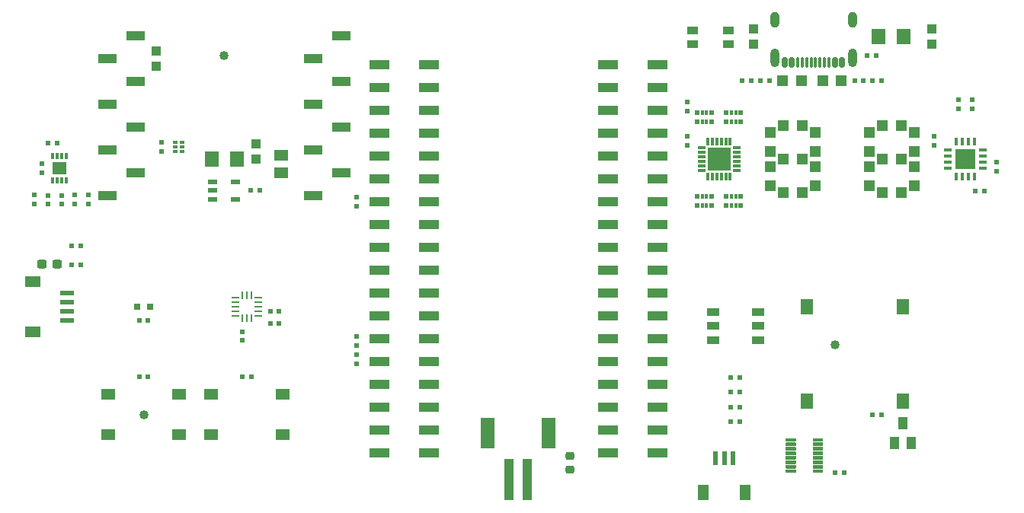
<source format=gbr>
%TF.GenerationSoftware,KiCad,Pcbnew,9.0.2*%
%TF.CreationDate,2025-06-01T02:46:12+05:30*%
%TF.ProjectId,TechLab,54656368-4c61-4622-9e6b-696361645f70,rev?*%
%TF.SameCoordinates,Original*%
%TF.FileFunction,Paste,Top*%
%TF.FilePolarity,Positive*%
%FSLAX46Y46*%
G04 Gerber Fmt 4.6, Leading zero omitted, Abs format (unit mm)*
G04 Created by KiCad (PCBNEW 9.0.2) date 2025-06-01 02:46:12*
%MOMM*%
%LPD*%
G01*
G04 APERTURE LIST*
G04 Aperture macros list*
%AMRoundRect*
0 Rectangle with rounded corners*
0 $1 Rounding radius*
0 $2 $3 $4 $5 $6 $7 $8 $9 X,Y pos of 4 corners*
0 Add a 4 corners polygon primitive as box body*
4,1,4,$2,$3,$4,$5,$6,$7,$8,$9,$2,$3,0*
0 Add four circle primitives for the rounded corners*
1,1,$1+$1,$2,$3*
1,1,$1+$1,$4,$5*
1,1,$1+$1,$6,$7*
1,1,$1+$1,$8,$9*
0 Add four rect primitives between the rounded corners*
20,1,$1+$1,$2,$3,$4,$5,0*
20,1,$1+$1,$4,$5,$6,$7,0*
20,1,$1+$1,$6,$7,$8,$9,0*
20,1,$1+$1,$8,$9,$2,$3,0*%
G04 Aperture macros list end*
%ADD10C,0.010000*%
%ADD11R,1.100000X1.000000*%
%ADD12R,1.200000X0.900000*%
%ADD13R,0.813000X0.295000*%
%ADD14R,0.295000X0.813000*%
%ADD15R,0.600000X0.500000*%
%ADD16R,2.000000X1.000000*%
%ADD17R,1.600000X1.803000*%
%ADD18R,1.200000X1.200000*%
%ADD19R,1.550000X0.600000*%
%ADD20R,1.800000X1.200000*%
%ADD21R,0.500000X0.600000*%
%ADD22R,0.950000X0.400000*%
%ADD23R,0.400000X0.950000*%
%ADD24R,2.300000X2.300000*%
%ADD25R,0.600000X1.550000*%
%ADD26R,1.200000X1.800000*%
%ADD27R,0.300000X0.680000*%
%ADD28R,1.560000X1.450000*%
%ADD29R,0.600000X0.550000*%
%ADD30R,0.497840X0.500000*%
%ADD31R,0.300000X0.500000*%
%ADD32R,1.100000X0.600000*%
%ADD33RoundRect,0.237500X-0.300000X-0.237500X0.300000X-0.237500X0.300000X0.237500X-0.300000X0.237500X0*%
%ADD34R,1.550000X1.300000*%
%ADD35R,1.500000X1.300000*%
%ADD36R,0.520000X0.300000*%
%ADD37R,0.490000X0.300000*%
%ADD38R,1.000000X4.600000*%
%ADD39R,1.600000X3.400000*%
%ADD40R,0.800000X0.800000*%
%ADD41R,1.000000X1.400000*%
%ADD42R,2.200000X1.020000*%
%ADD43R,2.200000X1.000000*%
%ADD44R,1.400000X1.700000*%
%ADD45RoundRect,0.508000X0.000010X-0.000010X0.000010X0.000010X-0.000010X0.000010X-0.000010X-0.000010X0*%
%ADD46R,1.400000X0.900000*%
%ADD47RoundRect,0.508000X-0.000010X-0.000010X0.000010X-0.000010X0.000010X0.000010X-0.000010X0.000010X0*%
%ADD48RoundRect,0.150000X0.150000X0.425000X-0.150000X0.425000X-0.150000X-0.425000X0.150000X-0.425000X0*%
%ADD49RoundRect,0.075000X0.075000X0.500000X-0.075000X0.500000X-0.075000X-0.500000X0.075000X-0.500000X0*%
%ADD50O,1.000000X2.100000*%
%ADD51O,1.000000X1.800000*%
%ADD52RoundRect,0.225000X-0.250000X0.225000X-0.250000X-0.225000X0.250000X-0.225000X0.250000X0.225000X0*%
%ADD53R,0.300000X0.850000*%
%ADD54R,0.850000X0.300000*%
%ADD55R,2.600000X2.600000*%
G04 APERTURE END LIST*
D10*
%TO.C,U7*%
X234733000Y-97351000D02*
X234735000Y-97351000D01*
X234738000Y-97352000D01*
X234740000Y-97352000D01*
X234743000Y-97353000D01*
X234745000Y-97354000D01*
X234748000Y-97355000D01*
X234750000Y-97357000D01*
X234752000Y-97358000D01*
X234754000Y-97360000D01*
X234756000Y-97361000D01*
X234758000Y-97363000D01*
X234760000Y-97365000D01*
X234762000Y-97367000D01*
X234764000Y-97369000D01*
X234765000Y-97371000D01*
X234767000Y-97373000D01*
X234768000Y-97375000D01*
X234770000Y-97377000D01*
X234771000Y-97380000D01*
X234772000Y-97382000D01*
X234773000Y-97385000D01*
X234773000Y-97387000D01*
X234774000Y-97390000D01*
X234774000Y-97392000D01*
X234775000Y-97395000D01*
X234775000Y-97397000D01*
X234775000Y-97400000D01*
X234775000Y-97600000D01*
X234775000Y-97603000D01*
X234775000Y-97605000D01*
X234774000Y-97608000D01*
X234774000Y-97610000D01*
X234773000Y-97613000D01*
X234773000Y-97615000D01*
X234772000Y-97618000D01*
X234771000Y-97620000D01*
X234770000Y-97623000D01*
X234768000Y-97625000D01*
X234767000Y-97627000D01*
X234765000Y-97629000D01*
X234764000Y-97631000D01*
X234762000Y-97633000D01*
X234760000Y-97635000D01*
X234758000Y-97637000D01*
X234756000Y-97639000D01*
X234754000Y-97640000D01*
X234752000Y-97642000D01*
X234750000Y-97643000D01*
X234748000Y-97645000D01*
X234745000Y-97646000D01*
X234743000Y-97647000D01*
X234740000Y-97648000D01*
X234738000Y-97648000D01*
X234735000Y-97649000D01*
X234733000Y-97649000D01*
X234730000Y-97650000D01*
X234728000Y-97650000D01*
X234725000Y-97650000D01*
X233775000Y-97650000D01*
X233772000Y-97650000D01*
X233770000Y-97650000D01*
X233767000Y-97649000D01*
X233765000Y-97649000D01*
X233762000Y-97648000D01*
X233760000Y-97648000D01*
X233757000Y-97647000D01*
X233755000Y-97646000D01*
X233752000Y-97645000D01*
X233750000Y-97643000D01*
X233748000Y-97642000D01*
X233746000Y-97640000D01*
X233744000Y-97639000D01*
X233742000Y-97637000D01*
X233740000Y-97635000D01*
X233738000Y-97633000D01*
X233736000Y-97631000D01*
X233735000Y-97629000D01*
X233733000Y-97627000D01*
X233732000Y-97625000D01*
X233730000Y-97623000D01*
X233729000Y-97620000D01*
X233728000Y-97618000D01*
X233727000Y-97615000D01*
X233727000Y-97613000D01*
X233726000Y-97610000D01*
X233726000Y-97608000D01*
X233725000Y-97605000D01*
X233725000Y-97603000D01*
X233725000Y-97600000D01*
X233725000Y-97400000D01*
X233725000Y-97397000D01*
X233725000Y-97395000D01*
X233726000Y-97392000D01*
X233726000Y-97390000D01*
X233727000Y-97387000D01*
X233727000Y-97385000D01*
X233728000Y-97382000D01*
X233729000Y-97380000D01*
X233730000Y-97377000D01*
X233732000Y-97375000D01*
X233733000Y-97373000D01*
X233735000Y-97371000D01*
X233736000Y-97369000D01*
X233738000Y-97367000D01*
X233740000Y-97365000D01*
X233742000Y-97363000D01*
X233744000Y-97361000D01*
X233746000Y-97360000D01*
X233748000Y-97358000D01*
X233750000Y-97357000D01*
X233752000Y-97355000D01*
X233755000Y-97354000D01*
X233757000Y-97353000D01*
X233760000Y-97352000D01*
X233762000Y-97352000D01*
X233765000Y-97351000D01*
X233767000Y-97351000D01*
X233770000Y-97350000D01*
X233772000Y-97350000D01*
X233775000Y-97350000D01*
X234725000Y-97350000D01*
X234728000Y-97350000D01*
X234730000Y-97350000D01*
X234733000Y-97351000D01*
G36*
X234733000Y-97351000D02*
G01*
X234735000Y-97351000D01*
X234738000Y-97352000D01*
X234740000Y-97352000D01*
X234743000Y-97353000D01*
X234745000Y-97354000D01*
X234748000Y-97355000D01*
X234750000Y-97357000D01*
X234752000Y-97358000D01*
X234754000Y-97360000D01*
X234756000Y-97361000D01*
X234758000Y-97363000D01*
X234760000Y-97365000D01*
X234762000Y-97367000D01*
X234764000Y-97369000D01*
X234765000Y-97371000D01*
X234767000Y-97373000D01*
X234768000Y-97375000D01*
X234770000Y-97377000D01*
X234771000Y-97380000D01*
X234772000Y-97382000D01*
X234773000Y-97385000D01*
X234773000Y-97387000D01*
X234774000Y-97390000D01*
X234774000Y-97392000D01*
X234775000Y-97395000D01*
X234775000Y-97397000D01*
X234775000Y-97400000D01*
X234775000Y-97600000D01*
X234775000Y-97603000D01*
X234775000Y-97605000D01*
X234774000Y-97608000D01*
X234774000Y-97610000D01*
X234773000Y-97613000D01*
X234773000Y-97615000D01*
X234772000Y-97618000D01*
X234771000Y-97620000D01*
X234770000Y-97623000D01*
X234768000Y-97625000D01*
X234767000Y-97627000D01*
X234765000Y-97629000D01*
X234764000Y-97631000D01*
X234762000Y-97633000D01*
X234760000Y-97635000D01*
X234758000Y-97637000D01*
X234756000Y-97639000D01*
X234754000Y-97640000D01*
X234752000Y-97642000D01*
X234750000Y-97643000D01*
X234748000Y-97645000D01*
X234745000Y-97646000D01*
X234743000Y-97647000D01*
X234740000Y-97648000D01*
X234738000Y-97648000D01*
X234735000Y-97649000D01*
X234733000Y-97649000D01*
X234730000Y-97650000D01*
X234728000Y-97650000D01*
X234725000Y-97650000D01*
X233775000Y-97650000D01*
X233772000Y-97650000D01*
X233770000Y-97650000D01*
X233767000Y-97649000D01*
X233765000Y-97649000D01*
X233762000Y-97648000D01*
X233760000Y-97648000D01*
X233757000Y-97647000D01*
X233755000Y-97646000D01*
X233752000Y-97645000D01*
X233750000Y-97643000D01*
X233748000Y-97642000D01*
X233746000Y-97640000D01*
X233744000Y-97639000D01*
X233742000Y-97637000D01*
X233740000Y-97635000D01*
X233738000Y-97633000D01*
X233736000Y-97631000D01*
X233735000Y-97629000D01*
X233733000Y-97627000D01*
X233732000Y-97625000D01*
X233730000Y-97623000D01*
X233729000Y-97620000D01*
X233728000Y-97618000D01*
X233727000Y-97615000D01*
X233727000Y-97613000D01*
X233726000Y-97610000D01*
X233726000Y-97608000D01*
X233725000Y-97605000D01*
X233725000Y-97603000D01*
X233725000Y-97600000D01*
X233725000Y-97400000D01*
X233725000Y-97397000D01*
X233725000Y-97395000D01*
X233726000Y-97392000D01*
X233726000Y-97390000D01*
X233727000Y-97387000D01*
X233727000Y-97385000D01*
X233728000Y-97382000D01*
X233729000Y-97380000D01*
X233730000Y-97377000D01*
X233732000Y-97375000D01*
X233733000Y-97373000D01*
X233735000Y-97371000D01*
X233736000Y-97369000D01*
X233738000Y-97367000D01*
X233740000Y-97365000D01*
X233742000Y-97363000D01*
X233744000Y-97361000D01*
X233746000Y-97360000D01*
X233748000Y-97358000D01*
X233750000Y-97357000D01*
X233752000Y-97355000D01*
X233755000Y-97354000D01*
X233757000Y-97353000D01*
X233760000Y-97352000D01*
X233762000Y-97352000D01*
X233765000Y-97351000D01*
X233767000Y-97351000D01*
X233770000Y-97350000D01*
X233772000Y-97350000D01*
X233775000Y-97350000D01*
X234725000Y-97350000D01*
X234728000Y-97350000D01*
X234730000Y-97350000D01*
X234733000Y-97351000D01*
G37*
X234733000Y-97851000D02*
X234735000Y-97851000D01*
X234738000Y-97852000D01*
X234740000Y-97852000D01*
X234743000Y-97853000D01*
X234745000Y-97854000D01*
X234748000Y-97855000D01*
X234750000Y-97857000D01*
X234752000Y-97858000D01*
X234754000Y-97860000D01*
X234756000Y-97861000D01*
X234758000Y-97863000D01*
X234760000Y-97865000D01*
X234762000Y-97867000D01*
X234764000Y-97869000D01*
X234765000Y-97871000D01*
X234767000Y-97873000D01*
X234768000Y-97875000D01*
X234770000Y-97877000D01*
X234771000Y-97880000D01*
X234772000Y-97882000D01*
X234773000Y-97885000D01*
X234773000Y-97887000D01*
X234774000Y-97890000D01*
X234774000Y-97892000D01*
X234775000Y-97895000D01*
X234775000Y-97897000D01*
X234775000Y-97900000D01*
X234775000Y-98100000D01*
X234775000Y-98103000D01*
X234775000Y-98105000D01*
X234774000Y-98108000D01*
X234774000Y-98110000D01*
X234773000Y-98113000D01*
X234773000Y-98115000D01*
X234772000Y-98118000D01*
X234771000Y-98120000D01*
X234770000Y-98123000D01*
X234768000Y-98125000D01*
X234767000Y-98127000D01*
X234765000Y-98129000D01*
X234764000Y-98131000D01*
X234762000Y-98133000D01*
X234760000Y-98135000D01*
X234758000Y-98137000D01*
X234756000Y-98139000D01*
X234754000Y-98140000D01*
X234752000Y-98142000D01*
X234750000Y-98143000D01*
X234748000Y-98145000D01*
X234745000Y-98146000D01*
X234743000Y-98147000D01*
X234740000Y-98148000D01*
X234738000Y-98148000D01*
X234735000Y-98149000D01*
X234733000Y-98149000D01*
X234730000Y-98150000D01*
X234728000Y-98150000D01*
X234725000Y-98150000D01*
X233775000Y-98150000D01*
X233772000Y-98150000D01*
X233770000Y-98150000D01*
X233767000Y-98149000D01*
X233765000Y-98149000D01*
X233762000Y-98148000D01*
X233760000Y-98148000D01*
X233757000Y-98147000D01*
X233755000Y-98146000D01*
X233752000Y-98145000D01*
X233750000Y-98143000D01*
X233748000Y-98142000D01*
X233746000Y-98140000D01*
X233744000Y-98139000D01*
X233742000Y-98137000D01*
X233740000Y-98135000D01*
X233738000Y-98133000D01*
X233736000Y-98131000D01*
X233735000Y-98129000D01*
X233733000Y-98127000D01*
X233732000Y-98125000D01*
X233730000Y-98123000D01*
X233729000Y-98120000D01*
X233728000Y-98118000D01*
X233727000Y-98115000D01*
X233727000Y-98113000D01*
X233726000Y-98110000D01*
X233726000Y-98108000D01*
X233725000Y-98105000D01*
X233725000Y-98103000D01*
X233725000Y-98100000D01*
X233725000Y-97900000D01*
X233725000Y-97897000D01*
X233725000Y-97895000D01*
X233726000Y-97892000D01*
X233726000Y-97890000D01*
X233727000Y-97887000D01*
X233727000Y-97885000D01*
X233728000Y-97882000D01*
X233729000Y-97880000D01*
X233730000Y-97877000D01*
X233732000Y-97875000D01*
X233733000Y-97873000D01*
X233735000Y-97871000D01*
X233736000Y-97869000D01*
X233738000Y-97867000D01*
X233740000Y-97865000D01*
X233742000Y-97863000D01*
X233744000Y-97861000D01*
X233746000Y-97860000D01*
X233748000Y-97858000D01*
X233750000Y-97857000D01*
X233752000Y-97855000D01*
X233755000Y-97854000D01*
X233757000Y-97853000D01*
X233760000Y-97852000D01*
X233762000Y-97852000D01*
X233765000Y-97851000D01*
X233767000Y-97851000D01*
X233770000Y-97850000D01*
X233772000Y-97850000D01*
X233775000Y-97850000D01*
X234725000Y-97850000D01*
X234728000Y-97850000D01*
X234730000Y-97850000D01*
X234733000Y-97851000D01*
G36*
X234733000Y-97851000D02*
G01*
X234735000Y-97851000D01*
X234738000Y-97852000D01*
X234740000Y-97852000D01*
X234743000Y-97853000D01*
X234745000Y-97854000D01*
X234748000Y-97855000D01*
X234750000Y-97857000D01*
X234752000Y-97858000D01*
X234754000Y-97860000D01*
X234756000Y-97861000D01*
X234758000Y-97863000D01*
X234760000Y-97865000D01*
X234762000Y-97867000D01*
X234764000Y-97869000D01*
X234765000Y-97871000D01*
X234767000Y-97873000D01*
X234768000Y-97875000D01*
X234770000Y-97877000D01*
X234771000Y-97880000D01*
X234772000Y-97882000D01*
X234773000Y-97885000D01*
X234773000Y-97887000D01*
X234774000Y-97890000D01*
X234774000Y-97892000D01*
X234775000Y-97895000D01*
X234775000Y-97897000D01*
X234775000Y-97900000D01*
X234775000Y-98100000D01*
X234775000Y-98103000D01*
X234775000Y-98105000D01*
X234774000Y-98108000D01*
X234774000Y-98110000D01*
X234773000Y-98113000D01*
X234773000Y-98115000D01*
X234772000Y-98118000D01*
X234771000Y-98120000D01*
X234770000Y-98123000D01*
X234768000Y-98125000D01*
X234767000Y-98127000D01*
X234765000Y-98129000D01*
X234764000Y-98131000D01*
X234762000Y-98133000D01*
X234760000Y-98135000D01*
X234758000Y-98137000D01*
X234756000Y-98139000D01*
X234754000Y-98140000D01*
X234752000Y-98142000D01*
X234750000Y-98143000D01*
X234748000Y-98145000D01*
X234745000Y-98146000D01*
X234743000Y-98147000D01*
X234740000Y-98148000D01*
X234738000Y-98148000D01*
X234735000Y-98149000D01*
X234733000Y-98149000D01*
X234730000Y-98150000D01*
X234728000Y-98150000D01*
X234725000Y-98150000D01*
X233775000Y-98150000D01*
X233772000Y-98150000D01*
X233770000Y-98150000D01*
X233767000Y-98149000D01*
X233765000Y-98149000D01*
X233762000Y-98148000D01*
X233760000Y-98148000D01*
X233757000Y-98147000D01*
X233755000Y-98146000D01*
X233752000Y-98145000D01*
X233750000Y-98143000D01*
X233748000Y-98142000D01*
X233746000Y-98140000D01*
X233744000Y-98139000D01*
X233742000Y-98137000D01*
X233740000Y-98135000D01*
X233738000Y-98133000D01*
X233736000Y-98131000D01*
X233735000Y-98129000D01*
X233733000Y-98127000D01*
X233732000Y-98125000D01*
X233730000Y-98123000D01*
X233729000Y-98120000D01*
X233728000Y-98118000D01*
X233727000Y-98115000D01*
X233727000Y-98113000D01*
X233726000Y-98110000D01*
X233726000Y-98108000D01*
X233725000Y-98105000D01*
X233725000Y-98103000D01*
X233725000Y-98100000D01*
X233725000Y-97900000D01*
X233725000Y-97897000D01*
X233725000Y-97895000D01*
X233726000Y-97892000D01*
X233726000Y-97890000D01*
X233727000Y-97887000D01*
X233727000Y-97885000D01*
X233728000Y-97882000D01*
X233729000Y-97880000D01*
X233730000Y-97877000D01*
X233732000Y-97875000D01*
X233733000Y-97873000D01*
X233735000Y-97871000D01*
X233736000Y-97869000D01*
X233738000Y-97867000D01*
X233740000Y-97865000D01*
X233742000Y-97863000D01*
X233744000Y-97861000D01*
X233746000Y-97860000D01*
X233748000Y-97858000D01*
X233750000Y-97857000D01*
X233752000Y-97855000D01*
X233755000Y-97854000D01*
X233757000Y-97853000D01*
X233760000Y-97852000D01*
X233762000Y-97852000D01*
X233765000Y-97851000D01*
X233767000Y-97851000D01*
X233770000Y-97850000D01*
X233772000Y-97850000D01*
X233775000Y-97850000D01*
X234725000Y-97850000D01*
X234728000Y-97850000D01*
X234730000Y-97850000D01*
X234733000Y-97851000D01*
G37*
X234733000Y-98351000D02*
X234735000Y-98351000D01*
X234738000Y-98352000D01*
X234740000Y-98352000D01*
X234743000Y-98353000D01*
X234745000Y-98354000D01*
X234748000Y-98355000D01*
X234750000Y-98357000D01*
X234752000Y-98358000D01*
X234754000Y-98360000D01*
X234756000Y-98361000D01*
X234758000Y-98363000D01*
X234760000Y-98365000D01*
X234762000Y-98367000D01*
X234764000Y-98369000D01*
X234765000Y-98371000D01*
X234767000Y-98373000D01*
X234768000Y-98375000D01*
X234770000Y-98377000D01*
X234771000Y-98380000D01*
X234772000Y-98382000D01*
X234773000Y-98385000D01*
X234773000Y-98387000D01*
X234774000Y-98390000D01*
X234774000Y-98392000D01*
X234775000Y-98395000D01*
X234775000Y-98397000D01*
X234775000Y-98400000D01*
X234775000Y-98600000D01*
X234775000Y-98603000D01*
X234775000Y-98605000D01*
X234774000Y-98608000D01*
X234774000Y-98610000D01*
X234773000Y-98613000D01*
X234773000Y-98615000D01*
X234772000Y-98618000D01*
X234771000Y-98620000D01*
X234770000Y-98623000D01*
X234768000Y-98625000D01*
X234767000Y-98627000D01*
X234765000Y-98629000D01*
X234764000Y-98631000D01*
X234762000Y-98633000D01*
X234760000Y-98635000D01*
X234758000Y-98637000D01*
X234756000Y-98639000D01*
X234754000Y-98640000D01*
X234752000Y-98642000D01*
X234750000Y-98643000D01*
X234748000Y-98645000D01*
X234745000Y-98646000D01*
X234743000Y-98647000D01*
X234740000Y-98648000D01*
X234738000Y-98648000D01*
X234735000Y-98649000D01*
X234733000Y-98649000D01*
X234730000Y-98650000D01*
X234728000Y-98650000D01*
X234725000Y-98650000D01*
X233775000Y-98650000D01*
X233772000Y-98650000D01*
X233770000Y-98650000D01*
X233767000Y-98649000D01*
X233765000Y-98649000D01*
X233762000Y-98648000D01*
X233760000Y-98648000D01*
X233757000Y-98647000D01*
X233755000Y-98646000D01*
X233752000Y-98645000D01*
X233750000Y-98643000D01*
X233748000Y-98642000D01*
X233746000Y-98640000D01*
X233744000Y-98639000D01*
X233742000Y-98637000D01*
X233740000Y-98635000D01*
X233738000Y-98633000D01*
X233736000Y-98631000D01*
X233735000Y-98629000D01*
X233733000Y-98627000D01*
X233732000Y-98625000D01*
X233730000Y-98623000D01*
X233729000Y-98620000D01*
X233728000Y-98618000D01*
X233727000Y-98615000D01*
X233727000Y-98613000D01*
X233726000Y-98610000D01*
X233726000Y-98608000D01*
X233725000Y-98605000D01*
X233725000Y-98603000D01*
X233725000Y-98600000D01*
X233725000Y-98400000D01*
X233725000Y-98397000D01*
X233725000Y-98395000D01*
X233726000Y-98392000D01*
X233726000Y-98390000D01*
X233727000Y-98387000D01*
X233727000Y-98385000D01*
X233728000Y-98382000D01*
X233729000Y-98380000D01*
X233730000Y-98377000D01*
X233732000Y-98375000D01*
X233733000Y-98373000D01*
X233735000Y-98371000D01*
X233736000Y-98369000D01*
X233738000Y-98367000D01*
X233740000Y-98365000D01*
X233742000Y-98363000D01*
X233744000Y-98361000D01*
X233746000Y-98360000D01*
X233748000Y-98358000D01*
X233750000Y-98357000D01*
X233752000Y-98355000D01*
X233755000Y-98354000D01*
X233757000Y-98353000D01*
X233760000Y-98352000D01*
X233762000Y-98352000D01*
X233765000Y-98351000D01*
X233767000Y-98351000D01*
X233770000Y-98350000D01*
X233772000Y-98350000D01*
X233775000Y-98350000D01*
X234725000Y-98350000D01*
X234728000Y-98350000D01*
X234730000Y-98350000D01*
X234733000Y-98351000D01*
G36*
X234733000Y-98351000D02*
G01*
X234735000Y-98351000D01*
X234738000Y-98352000D01*
X234740000Y-98352000D01*
X234743000Y-98353000D01*
X234745000Y-98354000D01*
X234748000Y-98355000D01*
X234750000Y-98357000D01*
X234752000Y-98358000D01*
X234754000Y-98360000D01*
X234756000Y-98361000D01*
X234758000Y-98363000D01*
X234760000Y-98365000D01*
X234762000Y-98367000D01*
X234764000Y-98369000D01*
X234765000Y-98371000D01*
X234767000Y-98373000D01*
X234768000Y-98375000D01*
X234770000Y-98377000D01*
X234771000Y-98380000D01*
X234772000Y-98382000D01*
X234773000Y-98385000D01*
X234773000Y-98387000D01*
X234774000Y-98390000D01*
X234774000Y-98392000D01*
X234775000Y-98395000D01*
X234775000Y-98397000D01*
X234775000Y-98400000D01*
X234775000Y-98600000D01*
X234775000Y-98603000D01*
X234775000Y-98605000D01*
X234774000Y-98608000D01*
X234774000Y-98610000D01*
X234773000Y-98613000D01*
X234773000Y-98615000D01*
X234772000Y-98618000D01*
X234771000Y-98620000D01*
X234770000Y-98623000D01*
X234768000Y-98625000D01*
X234767000Y-98627000D01*
X234765000Y-98629000D01*
X234764000Y-98631000D01*
X234762000Y-98633000D01*
X234760000Y-98635000D01*
X234758000Y-98637000D01*
X234756000Y-98639000D01*
X234754000Y-98640000D01*
X234752000Y-98642000D01*
X234750000Y-98643000D01*
X234748000Y-98645000D01*
X234745000Y-98646000D01*
X234743000Y-98647000D01*
X234740000Y-98648000D01*
X234738000Y-98648000D01*
X234735000Y-98649000D01*
X234733000Y-98649000D01*
X234730000Y-98650000D01*
X234728000Y-98650000D01*
X234725000Y-98650000D01*
X233775000Y-98650000D01*
X233772000Y-98650000D01*
X233770000Y-98650000D01*
X233767000Y-98649000D01*
X233765000Y-98649000D01*
X233762000Y-98648000D01*
X233760000Y-98648000D01*
X233757000Y-98647000D01*
X233755000Y-98646000D01*
X233752000Y-98645000D01*
X233750000Y-98643000D01*
X233748000Y-98642000D01*
X233746000Y-98640000D01*
X233744000Y-98639000D01*
X233742000Y-98637000D01*
X233740000Y-98635000D01*
X233738000Y-98633000D01*
X233736000Y-98631000D01*
X233735000Y-98629000D01*
X233733000Y-98627000D01*
X233732000Y-98625000D01*
X233730000Y-98623000D01*
X233729000Y-98620000D01*
X233728000Y-98618000D01*
X233727000Y-98615000D01*
X233727000Y-98613000D01*
X233726000Y-98610000D01*
X233726000Y-98608000D01*
X233725000Y-98605000D01*
X233725000Y-98603000D01*
X233725000Y-98600000D01*
X233725000Y-98400000D01*
X233725000Y-98397000D01*
X233725000Y-98395000D01*
X233726000Y-98392000D01*
X233726000Y-98390000D01*
X233727000Y-98387000D01*
X233727000Y-98385000D01*
X233728000Y-98382000D01*
X233729000Y-98380000D01*
X233730000Y-98377000D01*
X233732000Y-98375000D01*
X233733000Y-98373000D01*
X233735000Y-98371000D01*
X233736000Y-98369000D01*
X233738000Y-98367000D01*
X233740000Y-98365000D01*
X233742000Y-98363000D01*
X233744000Y-98361000D01*
X233746000Y-98360000D01*
X233748000Y-98358000D01*
X233750000Y-98357000D01*
X233752000Y-98355000D01*
X233755000Y-98354000D01*
X233757000Y-98353000D01*
X233760000Y-98352000D01*
X233762000Y-98352000D01*
X233765000Y-98351000D01*
X233767000Y-98351000D01*
X233770000Y-98350000D01*
X233772000Y-98350000D01*
X233775000Y-98350000D01*
X234725000Y-98350000D01*
X234728000Y-98350000D01*
X234730000Y-98350000D01*
X234733000Y-98351000D01*
G37*
X234733000Y-98851000D02*
X234735000Y-98851000D01*
X234738000Y-98852000D01*
X234740000Y-98852000D01*
X234743000Y-98853000D01*
X234745000Y-98854000D01*
X234748000Y-98855000D01*
X234750000Y-98857000D01*
X234752000Y-98858000D01*
X234754000Y-98860000D01*
X234756000Y-98861000D01*
X234758000Y-98863000D01*
X234760000Y-98865000D01*
X234762000Y-98867000D01*
X234764000Y-98869000D01*
X234765000Y-98871000D01*
X234767000Y-98873000D01*
X234768000Y-98875000D01*
X234770000Y-98877000D01*
X234771000Y-98880000D01*
X234772000Y-98882000D01*
X234773000Y-98885000D01*
X234773000Y-98887000D01*
X234774000Y-98890000D01*
X234774000Y-98892000D01*
X234775000Y-98895000D01*
X234775000Y-98897000D01*
X234775000Y-98900000D01*
X234775000Y-99100000D01*
X234775000Y-99103000D01*
X234775000Y-99105000D01*
X234774000Y-99108000D01*
X234774000Y-99110000D01*
X234773000Y-99113000D01*
X234773000Y-99115000D01*
X234772000Y-99118000D01*
X234771000Y-99120000D01*
X234770000Y-99123000D01*
X234768000Y-99125000D01*
X234767000Y-99127000D01*
X234765000Y-99129000D01*
X234764000Y-99131000D01*
X234762000Y-99133000D01*
X234760000Y-99135000D01*
X234758000Y-99137000D01*
X234756000Y-99139000D01*
X234754000Y-99140000D01*
X234752000Y-99142000D01*
X234750000Y-99143000D01*
X234748000Y-99145000D01*
X234745000Y-99146000D01*
X234743000Y-99147000D01*
X234740000Y-99148000D01*
X234738000Y-99148000D01*
X234735000Y-99149000D01*
X234733000Y-99149000D01*
X234730000Y-99150000D01*
X234728000Y-99150000D01*
X234725000Y-99150000D01*
X233775000Y-99150000D01*
X233772000Y-99150000D01*
X233770000Y-99150000D01*
X233767000Y-99149000D01*
X233765000Y-99149000D01*
X233762000Y-99148000D01*
X233760000Y-99148000D01*
X233757000Y-99147000D01*
X233755000Y-99146000D01*
X233752000Y-99145000D01*
X233750000Y-99143000D01*
X233748000Y-99142000D01*
X233746000Y-99140000D01*
X233744000Y-99139000D01*
X233742000Y-99137000D01*
X233740000Y-99135000D01*
X233738000Y-99133000D01*
X233736000Y-99131000D01*
X233735000Y-99129000D01*
X233733000Y-99127000D01*
X233732000Y-99125000D01*
X233730000Y-99123000D01*
X233729000Y-99120000D01*
X233728000Y-99118000D01*
X233727000Y-99115000D01*
X233727000Y-99113000D01*
X233726000Y-99110000D01*
X233726000Y-99108000D01*
X233725000Y-99105000D01*
X233725000Y-99103000D01*
X233725000Y-99100000D01*
X233725000Y-98900000D01*
X233725000Y-98897000D01*
X233725000Y-98895000D01*
X233726000Y-98892000D01*
X233726000Y-98890000D01*
X233727000Y-98887000D01*
X233727000Y-98885000D01*
X233728000Y-98882000D01*
X233729000Y-98880000D01*
X233730000Y-98877000D01*
X233732000Y-98875000D01*
X233733000Y-98873000D01*
X233735000Y-98871000D01*
X233736000Y-98869000D01*
X233738000Y-98867000D01*
X233740000Y-98865000D01*
X233742000Y-98863000D01*
X233744000Y-98861000D01*
X233746000Y-98860000D01*
X233748000Y-98858000D01*
X233750000Y-98857000D01*
X233752000Y-98855000D01*
X233755000Y-98854000D01*
X233757000Y-98853000D01*
X233760000Y-98852000D01*
X233762000Y-98852000D01*
X233765000Y-98851000D01*
X233767000Y-98851000D01*
X233770000Y-98850000D01*
X233772000Y-98850000D01*
X233775000Y-98850000D01*
X234725000Y-98850000D01*
X234728000Y-98850000D01*
X234730000Y-98850000D01*
X234733000Y-98851000D01*
G36*
X234733000Y-98851000D02*
G01*
X234735000Y-98851000D01*
X234738000Y-98852000D01*
X234740000Y-98852000D01*
X234743000Y-98853000D01*
X234745000Y-98854000D01*
X234748000Y-98855000D01*
X234750000Y-98857000D01*
X234752000Y-98858000D01*
X234754000Y-98860000D01*
X234756000Y-98861000D01*
X234758000Y-98863000D01*
X234760000Y-98865000D01*
X234762000Y-98867000D01*
X234764000Y-98869000D01*
X234765000Y-98871000D01*
X234767000Y-98873000D01*
X234768000Y-98875000D01*
X234770000Y-98877000D01*
X234771000Y-98880000D01*
X234772000Y-98882000D01*
X234773000Y-98885000D01*
X234773000Y-98887000D01*
X234774000Y-98890000D01*
X234774000Y-98892000D01*
X234775000Y-98895000D01*
X234775000Y-98897000D01*
X234775000Y-98900000D01*
X234775000Y-99100000D01*
X234775000Y-99103000D01*
X234775000Y-99105000D01*
X234774000Y-99108000D01*
X234774000Y-99110000D01*
X234773000Y-99113000D01*
X234773000Y-99115000D01*
X234772000Y-99118000D01*
X234771000Y-99120000D01*
X234770000Y-99123000D01*
X234768000Y-99125000D01*
X234767000Y-99127000D01*
X234765000Y-99129000D01*
X234764000Y-99131000D01*
X234762000Y-99133000D01*
X234760000Y-99135000D01*
X234758000Y-99137000D01*
X234756000Y-99139000D01*
X234754000Y-99140000D01*
X234752000Y-99142000D01*
X234750000Y-99143000D01*
X234748000Y-99145000D01*
X234745000Y-99146000D01*
X234743000Y-99147000D01*
X234740000Y-99148000D01*
X234738000Y-99148000D01*
X234735000Y-99149000D01*
X234733000Y-99149000D01*
X234730000Y-99150000D01*
X234728000Y-99150000D01*
X234725000Y-99150000D01*
X233775000Y-99150000D01*
X233772000Y-99150000D01*
X233770000Y-99150000D01*
X233767000Y-99149000D01*
X233765000Y-99149000D01*
X233762000Y-99148000D01*
X233760000Y-99148000D01*
X233757000Y-99147000D01*
X233755000Y-99146000D01*
X233752000Y-99145000D01*
X233750000Y-99143000D01*
X233748000Y-99142000D01*
X233746000Y-99140000D01*
X233744000Y-99139000D01*
X233742000Y-99137000D01*
X233740000Y-99135000D01*
X233738000Y-99133000D01*
X233736000Y-99131000D01*
X233735000Y-99129000D01*
X233733000Y-99127000D01*
X233732000Y-99125000D01*
X233730000Y-99123000D01*
X233729000Y-99120000D01*
X233728000Y-99118000D01*
X233727000Y-99115000D01*
X233727000Y-99113000D01*
X233726000Y-99110000D01*
X233726000Y-99108000D01*
X233725000Y-99105000D01*
X233725000Y-99103000D01*
X233725000Y-99100000D01*
X233725000Y-98900000D01*
X233725000Y-98897000D01*
X233725000Y-98895000D01*
X233726000Y-98892000D01*
X233726000Y-98890000D01*
X233727000Y-98887000D01*
X233727000Y-98885000D01*
X233728000Y-98882000D01*
X233729000Y-98880000D01*
X233730000Y-98877000D01*
X233732000Y-98875000D01*
X233733000Y-98873000D01*
X233735000Y-98871000D01*
X233736000Y-98869000D01*
X233738000Y-98867000D01*
X233740000Y-98865000D01*
X233742000Y-98863000D01*
X233744000Y-98861000D01*
X233746000Y-98860000D01*
X233748000Y-98858000D01*
X233750000Y-98857000D01*
X233752000Y-98855000D01*
X233755000Y-98854000D01*
X233757000Y-98853000D01*
X233760000Y-98852000D01*
X233762000Y-98852000D01*
X233765000Y-98851000D01*
X233767000Y-98851000D01*
X233770000Y-98850000D01*
X233772000Y-98850000D01*
X233775000Y-98850000D01*
X234725000Y-98850000D01*
X234728000Y-98850000D01*
X234730000Y-98850000D01*
X234733000Y-98851000D01*
G37*
X234733000Y-99351000D02*
X234735000Y-99351000D01*
X234738000Y-99352000D01*
X234740000Y-99352000D01*
X234743000Y-99353000D01*
X234745000Y-99354000D01*
X234748000Y-99355000D01*
X234750000Y-99357000D01*
X234752000Y-99358000D01*
X234754000Y-99360000D01*
X234756000Y-99361000D01*
X234758000Y-99363000D01*
X234760000Y-99365000D01*
X234762000Y-99367000D01*
X234764000Y-99369000D01*
X234765000Y-99371000D01*
X234767000Y-99373000D01*
X234768000Y-99375000D01*
X234770000Y-99377000D01*
X234771000Y-99380000D01*
X234772000Y-99382000D01*
X234773000Y-99385000D01*
X234773000Y-99387000D01*
X234774000Y-99390000D01*
X234774000Y-99392000D01*
X234775000Y-99395000D01*
X234775000Y-99397000D01*
X234775000Y-99400000D01*
X234775000Y-99600000D01*
X234775000Y-99603000D01*
X234775000Y-99605000D01*
X234774000Y-99608000D01*
X234774000Y-99610000D01*
X234773000Y-99613000D01*
X234773000Y-99615000D01*
X234772000Y-99618000D01*
X234771000Y-99620000D01*
X234770000Y-99623000D01*
X234768000Y-99625000D01*
X234767000Y-99627000D01*
X234765000Y-99629000D01*
X234764000Y-99631000D01*
X234762000Y-99633000D01*
X234760000Y-99635000D01*
X234758000Y-99637000D01*
X234756000Y-99639000D01*
X234754000Y-99640000D01*
X234752000Y-99642000D01*
X234750000Y-99643000D01*
X234748000Y-99645000D01*
X234745000Y-99646000D01*
X234743000Y-99647000D01*
X234740000Y-99648000D01*
X234738000Y-99648000D01*
X234735000Y-99649000D01*
X234733000Y-99649000D01*
X234730000Y-99650000D01*
X234728000Y-99650000D01*
X234725000Y-99650000D01*
X233775000Y-99650000D01*
X233772000Y-99650000D01*
X233770000Y-99650000D01*
X233767000Y-99649000D01*
X233765000Y-99649000D01*
X233762000Y-99648000D01*
X233760000Y-99648000D01*
X233757000Y-99647000D01*
X233755000Y-99646000D01*
X233752000Y-99645000D01*
X233750000Y-99643000D01*
X233748000Y-99642000D01*
X233746000Y-99640000D01*
X233744000Y-99639000D01*
X233742000Y-99637000D01*
X233740000Y-99635000D01*
X233738000Y-99633000D01*
X233736000Y-99631000D01*
X233735000Y-99629000D01*
X233733000Y-99627000D01*
X233732000Y-99625000D01*
X233730000Y-99623000D01*
X233729000Y-99620000D01*
X233728000Y-99618000D01*
X233727000Y-99615000D01*
X233727000Y-99613000D01*
X233726000Y-99610000D01*
X233726000Y-99608000D01*
X233725000Y-99605000D01*
X233725000Y-99603000D01*
X233725000Y-99600000D01*
X233725000Y-99400000D01*
X233725000Y-99397000D01*
X233725000Y-99395000D01*
X233726000Y-99392000D01*
X233726000Y-99390000D01*
X233727000Y-99387000D01*
X233727000Y-99385000D01*
X233728000Y-99382000D01*
X233729000Y-99380000D01*
X233730000Y-99377000D01*
X233732000Y-99375000D01*
X233733000Y-99373000D01*
X233735000Y-99371000D01*
X233736000Y-99369000D01*
X233738000Y-99367000D01*
X233740000Y-99365000D01*
X233742000Y-99363000D01*
X233744000Y-99361000D01*
X233746000Y-99360000D01*
X233748000Y-99358000D01*
X233750000Y-99357000D01*
X233752000Y-99355000D01*
X233755000Y-99354000D01*
X233757000Y-99353000D01*
X233760000Y-99352000D01*
X233762000Y-99352000D01*
X233765000Y-99351000D01*
X233767000Y-99351000D01*
X233770000Y-99350000D01*
X233772000Y-99350000D01*
X233775000Y-99350000D01*
X234725000Y-99350000D01*
X234728000Y-99350000D01*
X234730000Y-99350000D01*
X234733000Y-99351000D01*
G36*
X234733000Y-99351000D02*
G01*
X234735000Y-99351000D01*
X234738000Y-99352000D01*
X234740000Y-99352000D01*
X234743000Y-99353000D01*
X234745000Y-99354000D01*
X234748000Y-99355000D01*
X234750000Y-99357000D01*
X234752000Y-99358000D01*
X234754000Y-99360000D01*
X234756000Y-99361000D01*
X234758000Y-99363000D01*
X234760000Y-99365000D01*
X234762000Y-99367000D01*
X234764000Y-99369000D01*
X234765000Y-99371000D01*
X234767000Y-99373000D01*
X234768000Y-99375000D01*
X234770000Y-99377000D01*
X234771000Y-99380000D01*
X234772000Y-99382000D01*
X234773000Y-99385000D01*
X234773000Y-99387000D01*
X234774000Y-99390000D01*
X234774000Y-99392000D01*
X234775000Y-99395000D01*
X234775000Y-99397000D01*
X234775000Y-99400000D01*
X234775000Y-99600000D01*
X234775000Y-99603000D01*
X234775000Y-99605000D01*
X234774000Y-99608000D01*
X234774000Y-99610000D01*
X234773000Y-99613000D01*
X234773000Y-99615000D01*
X234772000Y-99618000D01*
X234771000Y-99620000D01*
X234770000Y-99623000D01*
X234768000Y-99625000D01*
X234767000Y-99627000D01*
X234765000Y-99629000D01*
X234764000Y-99631000D01*
X234762000Y-99633000D01*
X234760000Y-99635000D01*
X234758000Y-99637000D01*
X234756000Y-99639000D01*
X234754000Y-99640000D01*
X234752000Y-99642000D01*
X234750000Y-99643000D01*
X234748000Y-99645000D01*
X234745000Y-99646000D01*
X234743000Y-99647000D01*
X234740000Y-99648000D01*
X234738000Y-99648000D01*
X234735000Y-99649000D01*
X234733000Y-99649000D01*
X234730000Y-99650000D01*
X234728000Y-99650000D01*
X234725000Y-99650000D01*
X233775000Y-99650000D01*
X233772000Y-99650000D01*
X233770000Y-99650000D01*
X233767000Y-99649000D01*
X233765000Y-99649000D01*
X233762000Y-99648000D01*
X233760000Y-99648000D01*
X233757000Y-99647000D01*
X233755000Y-99646000D01*
X233752000Y-99645000D01*
X233750000Y-99643000D01*
X233748000Y-99642000D01*
X233746000Y-99640000D01*
X233744000Y-99639000D01*
X233742000Y-99637000D01*
X233740000Y-99635000D01*
X233738000Y-99633000D01*
X233736000Y-99631000D01*
X233735000Y-99629000D01*
X233733000Y-99627000D01*
X233732000Y-99625000D01*
X233730000Y-99623000D01*
X233729000Y-99620000D01*
X233728000Y-99618000D01*
X233727000Y-99615000D01*
X233727000Y-99613000D01*
X233726000Y-99610000D01*
X233726000Y-99608000D01*
X233725000Y-99605000D01*
X233725000Y-99603000D01*
X233725000Y-99600000D01*
X233725000Y-99400000D01*
X233725000Y-99397000D01*
X233725000Y-99395000D01*
X233726000Y-99392000D01*
X233726000Y-99390000D01*
X233727000Y-99387000D01*
X233727000Y-99385000D01*
X233728000Y-99382000D01*
X233729000Y-99380000D01*
X233730000Y-99377000D01*
X233732000Y-99375000D01*
X233733000Y-99373000D01*
X233735000Y-99371000D01*
X233736000Y-99369000D01*
X233738000Y-99367000D01*
X233740000Y-99365000D01*
X233742000Y-99363000D01*
X233744000Y-99361000D01*
X233746000Y-99360000D01*
X233748000Y-99358000D01*
X233750000Y-99357000D01*
X233752000Y-99355000D01*
X233755000Y-99354000D01*
X233757000Y-99353000D01*
X233760000Y-99352000D01*
X233762000Y-99352000D01*
X233765000Y-99351000D01*
X233767000Y-99351000D01*
X233770000Y-99350000D01*
X233772000Y-99350000D01*
X233775000Y-99350000D01*
X234725000Y-99350000D01*
X234728000Y-99350000D01*
X234730000Y-99350000D01*
X234733000Y-99351000D01*
G37*
X234733000Y-99851000D02*
X234735000Y-99851000D01*
X234738000Y-99852000D01*
X234740000Y-99852000D01*
X234743000Y-99853000D01*
X234745000Y-99854000D01*
X234748000Y-99855000D01*
X234750000Y-99857000D01*
X234752000Y-99858000D01*
X234754000Y-99860000D01*
X234756000Y-99861000D01*
X234758000Y-99863000D01*
X234760000Y-99865000D01*
X234762000Y-99867000D01*
X234764000Y-99869000D01*
X234765000Y-99871000D01*
X234767000Y-99873000D01*
X234768000Y-99875000D01*
X234770000Y-99877000D01*
X234771000Y-99880000D01*
X234772000Y-99882000D01*
X234773000Y-99885000D01*
X234773000Y-99887000D01*
X234774000Y-99890000D01*
X234774000Y-99892000D01*
X234775000Y-99895000D01*
X234775000Y-99897000D01*
X234775000Y-99900000D01*
X234775000Y-100100000D01*
X234775000Y-100103000D01*
X234775000Y-100105000D01*
X234774000Y-100108000D01*
X234774000Y-100110000D01*
X234773000Y-100113000D01*
X234773000Y-100115000D01*
X234772000Y-100118000D01*
X234771000Y-100120000D01*
X234770000Y-100123000D01*
X234768000Y-100125000D01*
X234767000Y-100127000D01*
X234765000Y-100129000D01*
X234764000Y-100131000D01*
X234762000Y-100133000D01*
X234760000Y-100135000D01*
X234758000Y-100137000D01*
X234756000Y-100139000D01*
X234754000Y-100140000D01*
X234752000Y-100142000D01*
X234750000Y-100143000D01*
X234748000Y-100145000D01*
X234745000Y-100146000D01*
X234743000Y-100147000D01*
X234740000Y-100148000D01*
X234738000Y-100148000D01*
X234735000Y-100149000D01*
X234733000Y-100149000D01*
X234730000Y-100150000D01*
X234728000Y-100150000D01*
X234725000Y-100150000D01*
X233775000Y-100150000D01*
X233772000Y-100150000D01*
X233770000Y-100150000D01*
X233767000Y-100149000D01*
X233765000Y-100149000D01*
X233762000Y-100148000D01*
X233760000Y-100148000D01*
X233757000Y-100147000D01*
X233755000Y-100146000D01*
X233752000Y-100145000D01*
X233750000Y-100143000D01*
X233748000Y-100142000D01*
X233746000Y-100140000D01*
X233744000Y-100139000D01*
X233742000Y-100137000D01*
X233740000Y-100135000D01*
X233738000Y-100133000D01*
X233736000Y-100131000D01*
X233735000Y-100129000D01*
X233733000Y-100127000D01*
X233732000Y-100125000D01*
X233730000Y-100123000D01*
X233729000Y-100120000D01*
X233728000Y-100118000D01*
X233727000Y-100115000D01*
X233727000Y-100113000D01*
X233726000Y-100110000D01*
X233726000Y-100108000D01*
X233725000Y-100105000D01*
X233725000Y-100103000D01*
X233725000Y-100100000D01*
X233725000Y-99900000D01*
X233725000Y-99897000D01*
X233725000Y-99895000D01*
X233726000Y-99892000D01*
X233726000Y-99890000D01*
X233727000Y-99887000D01*
X233727000Y-99885000D01*
X233728000Y-99882000D01*
X233729000Y-99880000D01*
X233730000Y-99877000D01*
X233732000Y-99875000D01*
X233733000Y-99873000D01*
X233735000Y-99871000D01*
X233736000Y-99869000D01*
X233738000Y-99867000D01*
X233740000Y-99865000D01*
X233742000Y-99863000D01*
X233744000Y-99861000D01*
X233746000Y-99860000D01*
X233748000Y-99858000D01*
X233750000Y-99857000D01*
X233752000Y-99855000D01*
X233755000Y-99854000D01*
X233757000Y-99853000D01*
X233760000Y-99852000D01*
X233762000Y-99852000D01*
X233765000Y-99851000D01*
X233767000Y-99851000D01*
X233770000Y-99850000D01*
X233772000Y-99850000D01*
X233775000Y-99850000D01*
X234725000Y-99850000D01*
X234728000Y-99850000D01*
X234730000Y-99850000D01*
X234733000Y-99851000D01*
G36*
X234733000Y-99851000D02*
G01*
X234735000Y-99851000D01*
X234738000Y-99852000D01*
X234740000Y-99852000D01*
X234743000Y-99853000D01*
X234745000Y-99854000D01*
X234748000Y-99855000D01*
X234750000Y-99857000D01*
X234752000Y-99858000D01*
X234754000Y-99860000D01*
X234756000Y-99861000D01*
X234758000Y-99863000D01*
X234760000Y-99865000D01*
X234762000Y-99867000D01*
X234764000Y-99869000D01*
X234765000Y-99871000D01*
X234767000Y-99873000D01*
X234768000Y-99875000D01*
X234770000Y-99877000D01*
X234771000Y-99880000D01*
X234772000Y-99882000D01*
X234773000Y-99885000D01*
X234773000Y-99887000D01*
X234774000Y-99890000D01*
X234774000Y-99892000D01*
X234775000Y-99895000D01*
X234775000Y-99897000D01*
X234775000Y-99900000D01*
X234775000Y-100100000D01*
X234775000Y-100103000D01*
X234775000Y-100105000D01*
X234774000Y-100108000D01*
X234774000Y-100110000D01*
X234773000Y-100113000D01*
X234773000Y-100115000D01*
X234772000Y-100118000D01*
X234771000Y-100120000D01*
X234770000Y-100123000D01*
X234768000Y-100125000D01*
X234767000Y-100127000D01*
X234765000Y-100129000D01*
X234764000Y-100131000D01*
X234762000Y-100133000D01*
X234760000Y-100135000D01*
X234758000Y-100137000D01*
X234756000Y-100139000D01*
X234754000Y-100140000D01*
X234752000Y-100142000D01*
X234750000Y-100143000D01*
X234748000Y-100145000D01*
X234745000Y-100146000D01*
X234743000Y-100147000D01*
X234740000Y-100148000D01*
X234738000Y-100148000D01*
X234735000Y-100149000D01*
X234733000Y-100149000D01*
X234730000Y-100150000D01*
X234728000Y-100150000D01*
X234725000Y-100150000D01*
X233775000Y-100150000D01*
X233772000Y-100150000D01*
X233770000Y-100150000D01*
X233767000Y-100149000D01*
X233765000Y-100149000D01*
X233762000Y-100148000D01*
X233760000Y-100148000D01*
X233757000Y-100147000D01*
X233755000Y-100146000D01*
X233752000Y-100145000D01*
X233750000Y-100143000D01*
X233748000Y-100142000D01*
X233746000Y-100140000D01*
X233744000Y-100139000D01*
X233742000Y-100137000D01*
X233740000Y-100135000D01*
X233738000Y-100133000D01*
X233736000Y-100131000D01*
X233735000Y-100129000D01*
X233733000Y-100127000D01*
X233732000Y-100125000D01*
X233730000Y-100123000D01*
X233729000Y-100120000D01*
X233728000Y-100118000D01*
X233727000Y-100115000D01*
X233727000Y-100113000D01*
X233726000Y-100110000D01*
X233726000Y-100108000D01*
X233725000Y-100105000D01*
X233725000Y-100103000D01*
X233725000Y-100100000D01*
X233725000Y-99900000D01*
X233725000Y-99897000D01*
X233725000Y-99895000D01*
X233726000Y-99892000D01*
X233726000Y-99890000D01*
X233727000Y-99887000D01*
X233727000Y-99885000D01*
X233728000Y-99882000D01*
X233729000Y-99880000D01*
X233730000Y-99877000D01*
X233732000Y-99875000D01*
X233733000Y-99873000D01*
X233735000Y-99871000D01*
X233736000Y-99869000D01*
X233738000Y-99867000D01*
X233740000Y-99865000D01*
X233742000Y-99863000D01*
X233744000Y-99861000D01*
X233746000Y-99860000D01*
X233748000Y-99858000D01*
X233750000Y-99857000D01*
X233752000Y-99855000D01*
X233755000Y-99854000D01*
X233757000Y-99853000D01*
X233760000Y-99852000D01*
X233762000Y-99852000D01*
X233765000Y-99851000D01*
X233767000Y-99851000D01*
X233770000Y-99850000D01*
X233772000Y-99850000D01*
X233775000Y-99850000D01*
X234725000Y-99850000D01*
X234728000Y-99850000D01*
X234730000Y-99850000D01*
X234733000Y-99851000D01*
G37*
X234733000Y-100351000D02*
X234735000Y-100351000D01*
X234738000Y-100352000D01*
X234740000Y-100352000D01*
X234743000Y-100353000D01*
X234745000Y-100354000D01*
X234748000Y-100355000D01*
X234750000Y-100357000D01*
X234752000Y-100358000D01*
X234754000Y-100360000D01*
X234756000Y-100361000D01*
X234758000Y-100363000D01*
X234760000Y-100365000D01*
X234762000Y-100367000D01*
X234764000Y-100369000D01*
X234765000Y-100371000D01*
X234767000Y-100373000D01*
X234768000Y-100375000D01*
X234770000Y-100377000D01*
X234771000Y-100380000D01*
X234772000Y-100382000D01*
X234773000Y-100385000D01*
X234773000Y-100387000D01*
X234774000Y-100390000D01*
X234774000Y-100392000D01*
X234775000Y-100395000D01*
X234775000Y-100397000D01*
X234775000Y-100400000D01*
X234775000Y-100600000D01*
X234775000Y-100603000D01*
X234775000Y-100605000D01*
X234774000Y-100608000D01*
X234774000Y-100610000D01*
X234773000Y-100613000D01*
X234773000Y-100615000D01*
X234772000Y-100618000D01*
X234771000Y-100620000D01*
X234770000Y-100623000D01*
X234768000Y-100625000D01*
X234767000Y-100627000D01*
X234765000Y-100629000D01*
X234764000Y-100631000D01*
X234762000Y-100633000D01*
X234760000Y-100635000D01*
X234758000Y-100637000D01*
X234756000Y-100639000D01*
X234754000Y-100640000D01*
X234752000Y-100642000D01*
X234750000Y-100643000D01*
X234748000Y-100645000D01*
X234745000Y-100646000D01*
X234743000Y-100647000D01*
X234740000Y-100648000D01*
X234738000Y-100648000D01*
X234735000Y-100649000D01*
X234733000Y-100649000D01*
X234730000Y-100650000D01*
X234728000Y-100650000D01*
X234725000Y-100650000D01*
X233775000Y-100650000D01*
X233772000Y-100650000D01*
X233770000Y-100650000D01*
X233767000Y-100649000D01*
X233765000Y-100649000D01*
X233762000Y-100648000D01*
X233760000Y-100648000D01*
X233757000Y-100647000D01*
X233755000Y-100646000D01*
X233752000Y-100645000D01*
X233750000Y-100643000D01*
X233748000Y-100642000D01*
X233746000Y-100640000D01*
X233744000Y-100639000D01*
X233742000Y-100637000D01*
X233740000Y-100635000D01*
X233738000Y-100633000D01*
X233736000Y-100631000D01*
X233735000Y-100629000D01*
X233733000Y-100627000D01*
X233732000Y-100625000D01*
X233730000Y-100623000D01*
X233729000Y-100620000D01*
X233728000Y-100618000D01*
X233727000Y-100615000D01*
X233727000Y-100613000D01*
X233726000Y-100610000D01*
X233726000Y-100608000D01*
X233725000Y-100605000D01*
X233725000Y-100603000D01*
X233725000Y-100600000D01*
X233725000Y-100400000D01*
X233725000Y-100397000D01*
X233725000Y-100395000D01*
X233726000Y-100392000D01*
X233726000Y-100390000D01*
X233727000Y-100387000D01*
X233727000Y-100385000D01*
X233728000Y-100382000D01*
X233729000Y-100380000D01*
X233730000Y-100377000D01*
X233732000Y-100375000D01*
X233733000Y-100373000D01*
X233735000Y-100371000D01*
X233736000Y-100369000D01*
X233738000Y-100367000D01*
X233740000Y-100365000D01*
X233742000Y-100363000D01*
X233744000Y-100361000D01*
X233746000Y-100360000D01*
X233748000Y-100358000D01*
X233750000Y-100357000D01*
X233752000Y-100355000D01*
X233755000Y-100354000D01*
X233757000Y-100353000D01*
X233760000Y-100352000D01*
X233762000Y-100352000D01*
X233765000Y-100351000D01*
X233767000Y-100351000D01*
X233770000Y-100350000D01*
X233772000Y-100350000D01*
X233775000Y-100350000D01*
X234725000Y-100350000D01*
X234728000Y-100350000D01*
X234730000Y-100350000D01*
X234733000Y-100351000D01*
G36*
X234733000Y-100351000D02*
G01*
X234735000Y-100351000D01*
X234738000Y-100352000D01*
X234740000Y-100352000D01*
X234743000Y-100353000D01*
X234745000Y-100354000D01*
X234748000Y-100355000D01*
X234750000Y-100357000D01*
X234752000Y-100358000D01*
X234754000Y-100360000D01*
X234756000Y-100361000D01*
X234758000Y-100363000D01*
X234760000Y-100365000D01*
X234762000Y-100367000D01*
X234764000Y-100369000D01*
X234765000Y-100371000D01*
X234767000Y-100373000D01*
X234768000Y-100375000D01*
X234770000Y-100377000D01*
X234771000Y-100380000D01*
X234772000Y-100382000D01*
X234773000Y-100385000D01*
X234773000Y-100387000D01*
X234774000Y-100390000D01*
X234774000Y-100392000D01*
X234775000Y-100395000D01*
X234775000Y-100397000D01*
X234775000Y-100400000D01*
X234775000Y-100600000D01*
X234775000Y-100603000D01*
X234775000Y-100605000D01*
X234774000Y-100608000D01*
X234774000Y-100610000D01*
X234773000Y-100613000D01*
X234773000Y-100615000D01*
X234772000Y-100618000D01*
X234771000Y-100620000D01*
X234770000Y-100623000D01*
X234768000Y-100625000D01*
X234767000Y-100627000D01*
X234765000Y-100629000D01*
X234764000Y-100631000D01*
X234762000Y-100633000D01*
X234760000Y-100635000D01*
X234758000Y-100637000D01*
X234756000Y-100639000D01*
X234754000Y-100640000D01*
X234752000Y-100642000D01*
X234750000Y-100643000D01*
X234748000Y-100645000D01*
X234745000Y-100646000D01*
X234743000Y-100647000D01*
X234740000Y-100648000D01*
X234738000Y-100648000D01*
X234735000Y-100649000D01*
X234733000Y-100649000D01*
X234730000Y-100650000D01*
X234728000Y-100650000D01*
X234725000Y-100650000D01*
X233775000Y-100650000D01*
X233772000Y-100650000D01*
X233770000Y-100650000D01*
X233767000Y-100649000D01*
X233765000Y-100649000D01*
X233762000Y-100648000D01*
X233760000Y-100648000D01*
X233757000Y-100647000D01*
X233755000Y-100646000D01*
X233752000Y-100645000D01*
X233750000Y-100643000D01*
X233748000Y-100642000D01*
X233746000Y-100640000D01*
X233744000Y-100639000D01*
X233742000Y-100637000D01*
X233740000Y-100635000D01*
X233738000Y-100633000D01*
X233736000Y-100631000D01*
X233735000Y-100629000D01*
X233733000Y-100627000D01*
X233732000Y-100625000D01*
X233730000Y-100623000D01*
X233729000Y-100620000D01*
X233728000Y-100618000D01*
X233727000Y-100615000D01*
X233727000Y-100613000D01*
X233726000Y-100610000D01*
X233726000Y-100608000D01*
X233725000Y-100605000D01*
X233725000Y-100603000D01*
X233725000Y-100600000D01*
X233725000Y-100400000D01*
X233725000Y-100397000D01*
X233725000Y-100395000D01*
X233726000Y-100392000D01*
X233726000Y-100390000D01*
X233727000Y-100387000D01*
X233727000Y-100385000D01*
X233728000Y-100382000D01*
X233729000Y-100380000D01*
X233730000Y-100377000D01*
X233732000Y-100375000D01*
X233733000Y-100373000D01*
X233735000Y-100371000D01*
X233736000Y-100369000D01*
X233738000Y-100367000D01*
X233740000Y-100365000D01*
X233742000Y-100363000D01*
X233744000Y-100361000D01*
X233746000Y-100360000D01*
X233748000Y-100358000D01*
X233750000Y-100357000D01*
X233752000Y-100355000D01*
X233755000Y-100354000D01*
X233757000Y-100353000D01*
X233760000Y-100352000D01*
X233762000Y-100352000D01*
X233765000Y-100351000D01*
X233767000Y-100351000D01*
X233770000Y-100350000D01*
X233772000Y-100350000D01*
X233775000Y-100350000D01*
X234725000Y-100350000D01*
X234728000Y-100350000D01*
X234730000Y-100350000D01*
X234733000Y-100351000D01*
G37*
X234733000Y-100851000D02*
X234735000Y-100851000D01*
X234738000Y-100852000D01*
X234740000Y-100852000D01*
X234743000Y-100853000D01*
X234745000Y-100854000D01*
X234748000Y-100855000D01*
X234750000Y-100857000D01*
X234752000Y-100858000D01*
X234754000Y-100860000D01*
X234756000Y-100861000D01*
X234758000Y-100863000D01*
X234760000Y-100865000D01*
X234762000Y-100867000D01*
X234764000Y-100869000D01*
X234765000Y-100871000D01*
X234767000Y-100873000D01*
X234768000Y-100875000D01*
X234770000Y-100877000D01*
X234771000Y-100880000D01*
X234772000Y-100882000D01*
X234773000Y-100885000D01*
X234773000Y-100887000D01*
X234774000Y-100890000D01*
X234774000Y-100892000D01*
X234775000Y-100895000D01*
X234775000Y-100897000D01*
X234775000Y-100900000D01*
X234775000Y-101100000D01*
X234775000Y-101103000D01*
X234775000Y-101105000D01*
X234774000Y-101108000D01*
X234774000Y-101110000D01*
X234773000Y-101113000D01*
X234773000Y-101115000D01*
X234772000Y-101118000D01*
X234771000Y-101120000D01*
X234770000Y-101123000D01*
X234768000Y-101125000D01*
X234767000Y-101127000D01*
X234765000Y-101129000D01*
X234764000Y-101131000D01*
X234762000Y-101133000D01*
X234760000Y-101135000D01*
X234758000Y-101137000D01*
X234756000Y-101139000D01*
X234754000Y-101140000D01*
X234752000Y-101142000D01*
X234750000Y-101143000D01*
X234748000Y-101145000D01*
X234745000Y-101146000D01*
X234743000Y-101147000D01*
X234740000Y-101148000D01*
X234738000Y-101148000D01*
X234735000Y-101149000D01*
X234733000Y-101149000D01*
X234730000Y-101150000D01*
X234728000Y-101150000D01*
X234725000Y-101150000D01*
X233775000Y-101150000D01*
X233772000Y-101150000D01*
X233770000Y-101150000D01*
X233767000Y-101149000D01*
X233765000Y-101149000D01*
X233762000Y-101148000D01*
X233760000Y-101148000D01*
X233757000Y-101147000D01*
X233755000Y-101146000D01*
X233752000Y-101145000D01*
X233750000Y-101143000D01*
X233748000Y-101142000D01*
X233746000Y-101140000D01*
X233744000Y-101139000D01*
X233742000Y-101137000D01*
X233740000Y-101135000D01*
X233738000Y-101133000D01*
X233736000Y-101131000D01*
X233735000Y-101129000D01*
X233733000Y-101127000D01*
X233732000Y-101125000D01*
X233730000Y-101123000D01*
X233729000Y-101120000D01*
X233728000Y-101118000D01*
X233727000Y-101115000D01*
X233727000Y-101113000D01*
X233726000Y-101110000D01*
X233726000Y-101108000D01*
X233725000Y-101105000D01*
X233725000Y-101103000D01*
X233725000Y-101100000D01*
X233725000Y-100900000D01*
X233725000Y-100897000D01*
X233725000Y-100895000D01*
X233726000Y-100892000D01*
X233726000Y-100890000D01*
X233727000Y-100887000D01*
X233727000Y-100885000D01*
X233728000Y-100882000D01*
X233729000Y-100880000D01*
X233730000Y-100877000D01*
X233732000Y-100875000D01*
X233733000Y-100873000D01*
X233735000Y-100871000D01*
X233736000Y-100869000D01*
X233738000Y-100867000D01*
X233740000Y-100865000D01*
X233742000Y-100863000D01*
X233744000Y-100861000D01*
X233746000Y-100860000D01*
X233748000Y-100858000D01*
X233750000Y-100857000D01*
X233752000Y-100855000D01*
X233755000Y-100854000D01*
X233757000Y-100853000D01*
X233760000Y-100852000D01*
X233762000Y-100852000D01*
X233765000Y-100851000D01*
X233767000Y-100851000D01*
X233770000Y-100850000D01*
X233772000Y-100850000D01*
X233775000Y-100850000D01*
X234725000Y-100850000D01*
X234728000Y-100850000D01*
X234730000Y-100850000D01*
X234733000Y-100851000D01*
G36*
X234733000Y-100851000D02*
G01*
X234735000Y-100851000D01*
X234738000Y-100852000D01*
X234740000Y-100852000D01*
X234743000Y-100853000D01*
X234745000Y-100854000D01*
X234748000Y-100855000D01*
X234750000Y-100857000D01*
X234752000Y-100858000D01*
X234754000Y-100860000D01*
X234756000Y-100861000D01*
X234758000Y-100863000D01*
X234760000Y-100865000D01*
X234762000Y-100867000D01*
X234764000Y-100869000D01*
X234765000Y-100871000D01*
X234767000Y-100873000D01*
X234768000Y-100875000D01*
X234770000Y-100877000D01*
X234771000Y-100880000D01*
X234772000Y-100882000D01*
X234773000Y-100885000D01*
X234773000Y-100887000D01*
X234774000Y-100890000D01*
X234774000Y-100892000D01*
X234775000Y-100895000D01*
X234775000Y-100897000D01*
X234775000Y-100900000D01*
X234775000Y-101100000D01*
X234775000Y-101103000D01*
X234775000Y-101105000D01*
X234774000Y-101108000D01*
X234774000Y-101110000D01*
X234773000Y-101113000D01*
X234773000Y-101115000D01*
X234772000Y-101118000D01*
X234771000Y-101120000D01*
X234770000Y-101123000D01*
X234768000Y-101125000D01*
X234767000Y-101127000D01*
X234765000Y-101129000D01*
X234764000Y-101131000D01*
X234762000Y-101133000D01*
X234760000Y-101135000D01*
X234758000Y-101137000D01*
X234756000Y-101139000D01*
X234754000Y-101140000D01*
X234752000Y-101142000D01*
X234750000Y-101143000D01*
X234748000Y-101145000D01*
X234745000Y-101146000D01*
X234743000Y-101147000D01*
X234740000Y-101148000D01*
X234738000Y-101148000D01*
X234735000Y-101149000D01*
X234733000Y-101149000D01*
X234730000Y-101150000D01*
X234728000Y-101150000D01*
X234725000Y-101150000D01*
X233775000Y-101150000D01*
X233772000Y-101150000D01*
X233770000Y-101150000D01*
X233767000Y-101149000D01*
X233765000Y-101149000D01*
X233762000Y-101148000D01*
X233760000Y-101148000D01*
X233757000Y-101147000D01*
X233755000Y-101146000D01*
X233752000Y-101145000D01*
X233750000Y-101143000D01*
X233748000Y-101142000D01*
X233746000Y-101140000D01*
X233744000Y-101139000D01*
X233742000Y-101137000D01*
X233740000Y-101135000D01*
X233738000Y-101133000D01*
X233736000Y-101131000D01*
X233735000Y-101129000D01*
X233733000Y-101127000D01*
X233732000Y-101125000D01*
X233730000Y-101123000D01*
X233729000Y-101120000D01*
X233728000Y-101118000D01*
X233727000Y-101115000D01*
X233727000Y-101113000D01*
X233726000Y-101110000D01*
X233726000Y-101108000D01*
X233725000Y-101105000D01*
X233725000Y-101103000D01*
X233725000Y-101100000D01*
X233725000Y-100900000D01*
X233725000Y-100897000D01*
X233725000Y-100895000D01*
X233726000Y-100892000D01*
X233726000Y-100890000D01*
X233727000Y-100887000D01*
X233727000Y-100885000D01*
X233728000Y-100882000D01*
X233729000Y-100880000D01*
X233730000Y-100877000D01*
X233732000Y-100875000D01*
X233733000Y-100873000D01*
X233735000Y-100871000D01*
X233736000Y-100869000D01*
X233738000Y-100867000D01*
X233740000Y-100865000D01*
X233742000Y-100863000D01*
X233744000Y-100861000D01*
X233746000Y-100860000D01*
X233748000Y-100858000D01*
X233750000Y-100857000D01*
X233752000Y-100855000D01*
X233755000Y-100854000D01*
X233757000Y-100853000D01*
X233760000Y-100852000D01*
X233762000Y-100852000D01*
X233765000Y-100851000D01*
X233767000Y-100851000D01*
X233770000Y-100850000D01*
X233772000Y-100850000D01*
X233775000Y-100850000D01*
X234725000Y-100850000D01*
X234728000Y-100850000D01*
X234730000Y-100850000D01*
X234733000Y-100851000D01*
G37*
X237733000Y-97351000D02*
X237735000Y-97351000D01*
X237738000Y-97352000D01*
X237740000Y-97352000D01*
X237743000Y-97353000D01*
X237745000Y-97354000D01*
X237748000Y-97355000D01*
X237750000Y-97357000D01*
X237752000Y-97358000D01*
X237754000Y-97360000D01*
X237756000Y-97361000D01*
X237758000Y-97363000D01*
X237760000Y-97365000D01*
X237762000Y-97367000D01*
X237764000Y-97369000D01*
X237765000Y-97371000D01*
X237767000Y-97373000D01*
X237768000Y-97375000D01*
X237770000Y-97377000D01*
X237771000Y-97380000D01*
X237772000Y-97382000D01*
X237773000Y-97385000D01*
X237773000Y-97387000D01*
X237774000Y-97390000D01*
X237774000Y-97392000D01*
X237775000Y-97395000D01*
X237775000Y-97397000D01*
X237775000Y-97400000D01*
X237775000Y-97600000D01*
X237775000Y-97603000D01*
X237775000Y-97605000D01*
X237774000Y-97608000D01*
X237774000Y-97610000D01*
X237773000Y-97613000D01*
X237773000Y-97615000D01*
X237772000Y-97618000D01*
X237771000Y-97620000D01*
X237770000Y-97623000D01*
X237768000Y-97625000D01*
X237767000Y-97627000D01*
X237765000Y-97629000D01*
X237764000Y-97631000D01*
X237762000Y-97633000D01*
X237760000Y-97635000D01*
X237758000Y-97637000D01*
X237756000Y-97639000D01*
X237754000Y-97640000D01*
X237752000Y-97642000D01*
X237750000Y-97643000D01*
X237748000Y-97645000D01*
X237745000Y-97646000D01*
X237743000Y-97647000D01*
X237740000Y-97648000D01*
X237738000Y-97648000D01*
X237735000Y-97649000D01*
X237733000Y-97649000D01*
X237730000Y-97650000D01*
X237728000Y-97650000D01*
X237725000Y-97650000D01*
X236775000Y-97650000D01*
X236772000Y-97650000D01*
X236770000Y-97650000D01*
X236767000Y-97649000D01*
X236765000Y-97649000D01*
X236762000Y-97648000D01*
X236760000Y-97648000D01*
X236757000Y-97647000D01*
X236755000Y-97646000D01*
X236752000Y-97645000D01*
X236750000Y-97643000D01*
X236748000Y-97642000D01*
X236746000Y-97640000D01*
X236744000Y-97639000D01*
X236742000Y-97637000D01*
X236740000Y-97635000D01*
X236738000Y-97633000D01*
X236736000Y-97631000D01*
X236735000Y-97629000D01*
X236733000Y-97627000D01*
X236732000Y-97625000D01*
X236730000Y-97623000D01*
X236729000Y-97620000D01*
X236728000Y-97618000D01*
X236727000Y-97615000D01*
X236727000Y-97613000D01*
X236726000Y-97610000D01*
X236726000Y-97608000D01*
X236725000Y-97605000D01*
X236725000Y-97603000D01*
X236725000Y-97600000D01*
X236725000Y-97400000D01*
X236725000Y-97397000D01*
X236725000Y-97395000D01*
X236726000Y-97392000D01*
X236726000Y-97390000D01*
X236727000Y-97387000D01*
X236727000Y-97385000D01*
X236728000Y-97382000D01*
X236729000Y-97380000D01*
X236730000Y-97377000D01*
X236732000Y-97375000D01*
X236733000Y-97373000D01*
X236735000Y-97371000D01*
X236736000Y-97369000D01*
X236738000Y-97367000D01*
X236740000Y-97365000D01*
X236742000Y-97363000D01*
X236744000Y-97361000D01*
X236746000Y-97360000D01*
X236748000Y-97358000D01*
X236750000Y-97357000D01*
X236752000Y-97355000D01*
X236755000Y-97354000D01*
X236757000Y-97353000D01*
X236760000Y-97352000D01*
X236762000Y-97352000D01*
X236765000Y-97351000D01*
X236767000Y-97351000D01*
X236770000Y-97350000D01*
X236772000Y-97350000D01*
X236775000Y-97350000D01*
X237725000Y-97350000D01*
X237728000Y-97350000D01*
X237730000Y-97350000D01*
X237733000Y-97351000D01*
G36*
X237733000Y-97351000D02*
G01*
X237735000Y-97351000D01*
X237738000Y-97352000D01*
X237740000Y-97352000D01*
X237743000Y-97353000D01*
X237745000Y-97354000D01*
X237748000Y-97355000D01*
X237750000Y-97357000D01*
X237752000Y-97358000D01*
X237754000Y-97360000D01*
X237756000Y-97361000D01*
X237758000Y-97363000D01*
X237760000Y-97365000D01*
X237762000Y-97367000D01*
X237764000Y-97369000D01*
X237765000Y-97371000D01*
X237767000Y-97373000D01*
X237768000Y-97375000D01*
X237770000Y-97377000D01*
X237771000Y-97380000D01*
X237772000Y-97382000D01*
X237773000Y-97385000D01*
X237773000Y-97387000D01*
X237774000Y-97390000D01*
X237774000Y-97392000D01*
X237775000Y-97395000D01*
X237775000Y-97397000D01*
X237775000Y-97400000D01*
X237775000Y-97600000D01*
X237775000Y-97603000D01*
X237775000Y-97605000D01*
X237774000Y-97608000D01*
X237774000Y-97610000D01*
X237773000Y-97613000D01*
X237773000Y-97615000D01*
X237772000Y-97618000D01*
X237771000Y-97620000D01*
X237770000Y-97623000D01*
X237768000Y-97625000D01*
X237767000Y-97627000D01*
X237765000Y-97629000D01*
X237764000Y-97631000D01*
X237762000Y-97633000D01*
X237760000Y-97635000D01*
X237758000Y-97637000D01*
X237756000Y-97639000D01*
X237754000Y-97640000D01*
X237752000Y-97642000D01*
X237750000Y-97643000D01*
X237748000Y-97645000D01*
X237745000Y-97646000D01*
X237743000Y-97647000D01*
X237740000Y-97648000D01*
X237738000Y-97648000D01*
X237735000Y-97649000D01*
X237733000Y-97649000D01*
X237730000Y-97650000D01*
X237728000Y-97650000D01*
X237725000Y-97650000D01*
X236775000Y-97650000D01*
X236772000Y-97650000D01*
X236770000Y-97650000D01*
X236767000Y-97649000D01*
X236765000Y-97649000D01*
X236762000Y-97648000D01*
X236760000Y-97648000D01*
X236757000Y-97647000D01*
X236755000Y-97646000D01*
X236752000Y-97645000D01*
X236750000Y-97643000D01*
X236748000Y-97642000D01*
X236746000Y-97640000D01*
X236744000Y-97639000D01*
X236742000Y-97637000D01*
X236740000Y-97635000D01*
X236738000Y-97633000D01*
X236736000Y-97631000D01*
X236735000Y-97629000D01*
X236733000Y-97627000D01*
X236732000Y-97625000D01*
X236730000Y-97623000D01*
X236729000Y-97620000D01*
X236728000Y-97618000D01*
X236727000Y-97615000D01*
X236727000Y-97613000D01*
X236726000Y-97610000D01*
X236726000Y-97608000D01*
X236725000Y-97605000D01*
X236725000Y-97603000D01*
X236725000Y-97600000D01*
X236725000Y-97400000D01*
X236725000Y-97397000D01*
X236725000Y-97395000D01*
X236726000Y-97392000D01*
X236726000Y-97390000D01*
X236727000Y-97387000D01*
X236727000Y-97385000D01*
X236728000Y-97382000D01*
X236729000Y-97380000D01*
X236730000Y-97377000D01*
X236732000Y-97375000D01*
X236733000Y-97373000D01*
X236735000Y-97371000D01*
X236736000Y-97369000D01*
X236738000Y-97367000D01*
X236740000Y-97365000D01*
X236742000Y-97363000D01*
X236744000Y-97361000D01*
X236746000Y-97360000D01*
X236748000Y-97358000D01*
X236750000Y-97357000D01*
X236752000Y-97355000D01*
X236755000Y-97354000D01*
X236757000Y-97353000D01*
X236760000Y-97352000D01*
X236762000Y-97352000D01*
X236765000Y-97351000D01*
X236767000Y-97351000D01*
X236770000Y-97350000D01*
X236772000Y-97350000D01*
X236775000Y-97350000D01*
X237725000Y-97350000D01*
X237728000Y-97350000D01*
X237730000Y-97350000D01*
X237733000Y-97351000D01*
G37*
X237733000Y-97851000D02*
X237735000Y-97851000D01*
X237738000Y-97852000D01*
X237740000Y-97852000D01*
X237743000Y-97853000D01*
X237745000Y-97854000D01*
X237748000Y-97855000D01*
X237750000Y-97857000D01*
X237752000Y-97858000D01*
X237754000Y-97860000D01*
X237756000Y-97861000D01*
X237758000Y-97863000D01*
X237760000Y-97865000D01*
X237762000Y-97867000D01*
X237764000Y-97869000D01*
X237765000Y-97871000D01*
X237767000Y-97873000D01*
X237768000Y-97875000D01*
X237770000Y-97877000D01*
X237771000Y-97880000D01*
X237772000Y-97882000D01*
X237773000Y-97885000D01*
X237773000Y-97887000D01*
X237774000Y-97890000D01*
X237774000Y-97892000D01*
X237775000Y-97895000D01*
X237775000Y-97897000D01*
X237775000Y-97900000D01*
X237775000Y-98100000D01*
X237775000Y-98103000D01*
X237775000Y-98105000D01*
X237774000Y-98108000D01*
X237774000Y-98110000D01*
X237773000Y-98113000D01*
X237773000Y-98115000D01*
X237772000Y-98118000D01*
X237771000Y-98120000D01*
X237770000Y-98123000D01*
X237768000Y-98125000D01*
X237767000Y-98127000D01*
X237765000Y-98129000D01*
X237764000Y-98131000D01*
X237762000Y-98133000D01*
X237760000Y-98135000D01*
X237758000Y-98137000D01*
X237756000Y-98139000D01*
X237754000Y-98140000D01*
X237752000Y-98142000D01*
X237750000Y-98143000D01*
X237748000Y-98145000D01*
X237745000Y-98146000D01*
X237743000Y-98147000D01*
X237740000Y-98148000D01*
X237738000Y-98148000D01*
X237735000Y-98149000D01*
X237733000Y-98149000D01*
X237730000Y-98150000D01*
X237728000Y-98150000D01*
X237725000Y-98150000D01*
X236775000Y-98150000D01*
X236772000Y-98150000D01*
X236770000Y-98150000D01*
X236767000Y-98149000D01*
X236765000Y-98149000D01*
X236762000Y-98148000D01*
X236760000Y-98148000D01*
X236757000Y-98147000D01*
X236755000Y-98146000D01*
X236752000Y-98145000D01*
X236750000Y-98143000D01*
X236748000Y-98142000D01*
X236746000Y-98140000D01*
X236744000Y-98139000D01*
X236742000Y-98137000D01*
X236740000Y-98135000D01*
X236738000Y-98133000D01*
X236736000Y-98131000D01*
X236735000Y-98129000D01*
X236733000Y-98127000D01*
X236732000Y-98125000D01*
X236730000Y-98123000D01*
X236729000Y-98120000D01*
X236728000Y-98118000D01*
X236727000Y-98115000D01*
X236727000Y-98113000D01*
X236726000Y-98110000D01*
X236726000Y-98108000D01*
X236725000Y-98105000D01*
X236725000Y-98103000D01*
X236725000Y-98100000D01*
X236725000Y-97900000D01*
X236725000Y-97897000D01*
X236725000Y-97895000D01*
X236726000Y-97892000D01*
X236726000Y-97890000D01*
X236727000Y-97887000D01*
X236727000Y-97885000D01*
X236728000Y-97882000D01*
X236729000Y-97880000D01*
X236730000Y-97877000D01*
X236732000Y-97875000D01*
X236733000Y-97873000D01*
X236735000Y-97871000D01*
X236736000Y-97869000D01*
X236738000Y-97867000D01*
X236740000Y-97865000D01*
X236742000Y-97863000D01*
X236744000Y-97861000D01*
X236746000Y-97860000D01*
X236748000Y-97858000D01*
X236750000Y-97857000D01*
X236752000Y-97855000D01*
X236755000Y-97854000D01*
X236757000Y-97853000D01*
X236760000Y-97852000D01*
X236762000Y-97852000D01*
X236765000Y-97851000D01*
X236767000Y-97851000D01*
X236770000Y-97850000D01*
X236772000Y-97850000D01*
X236775000Y-97850000D01*
X237725000Y-97850000D01*
X237728000Y-97850000D01*
X237730000Y-97850000D01*
X237733000Y-97851000D01*
G36*
X237733000Y-97851000D02*
G01*
X237735000Y-97851000D01*
X237738000Y-97852000D01*
X237740000Y-97852000D01*
X237743000Y-97853000D01*
X237745000Y-97854000D01*
X237748000Y-97855000D01*
X237750000Y-97857000D01*
X237752000Y-97858000D01*
X237754000Y-97860000D01*
X237756000Y-97861000D01*
X237758000Y-97863000D01*
X237760000Y-97865000D01*
X237762000Y-97867000D01*
X237764000Y-97869000D01*
X237765000Y-97871000D01*
X237767000Y-97873000D01*
X237768000Y-97875000D01*
X237770000Y-97877000D01*
X237771000Y-97880000D01*
X237772000Y-97882000D01*
X237773000Y-97885000D01*
X237773000Y-97887000D01*
X237774000Y-97890000D01*
X237774000Y-97892000D01*
X237775000Y-97895000D01*
X237775000Y-97897000D01*
X237775000Y-97900000D01*
X237775000Y-98100000D01*
X237775000Y-98103000D01*
X237775000Y-98105000D01*
X237774000Y-98108000D01*
X237774000Y-98110000D01*
X237773000Y-98113000D01*
X237773000Y-98115000D01*
X237772000Y-98118000D01*
X237771000Y-98120000D01*
X237770000Y-98123000D01*
X237768000Y-98125000D01*
X237767000Y-98127000D01*
X237765000Y-98129000D01*
X237764000Y-98131000D01*
X237762000Y-98133000D01*
X237760000Y-98135000D01*
X237758000Y-98137000D01*
X237756000Y-98139000D01*
X237754000Y-98140000D01*
X237752000Y-98142000D01*
X237750000Y-98143000D01*
X237748000Y-98145000D01*
X237745000Y-98146000D01*
X237743000Y-98147000D01*
X237740000Y-98148000D01*
X237738000Y-98148000D01*
X237735000Y-98149000D01*
X237733000Y-98149000D01*
X237730000Y-98150000D01*
X237728000Y-98150000D01*
X237725000Y-98150000D01*
X236775000Y-98150000D01*
X236772000Y-98150000D01*
X236770000Y-98150000D01*
X236767000Y-98149000D01*
X236765000Y-98149000D01*
X236762000Y-98148000D01*
X236760000Y-98148000D01*
X236757000Y-98147000D01*
X236755000Y-98146000D01*
X236752000Y-98145000D01*
X236750000Y-98143000D01*
X236748000Y-98142000D01*
X236746000Y-98140000D01*
X236744000Y-98139000D01*
X236742000Y-98137000D01*
X236740000Y-98135000D01*
X236738000Y-98133000D01*
X236736000Y-98131000D01*
X236735000Y-98129000D01*
X236733000Y-98127000D01*
X236732000Y-98125000D01*
X236730000Y-98123000D01*
X236729000Y-98120000D01*
X236728000Y-98118000D01*
X236727000Y-98115000D01*
X236727000Y-98113000D01*
X236726000Y-98110000D01*
X236726000Y-98108000D01*
X236725000Y-98105000D01*
X236725000Y-98103000D01*
X236725000Y-98100000D01*
X236725000Y-97900000D01*
X236725000Y-97897000D01*
X236725000Y-97895000D01*
X236726000Y-97892000D01*
X236726000Y-97890000D01*
X236727000Y-97887000D01*
X236727000Y-97885000D01*
X236728000Y-97882000D01*
X236729000Y-97880000D01*
X236730000Y-97877000D01*
X236732000Y-97875000D01*
X236733000Y-97873000D01*
X236735000Y-97871000D01*
X236736000Y-97869000D01*
X236738000Y-97867000D01*
X236740000Y-97865000D01*
X236742000Y-97863000D01*
X236744000Y-97861000D01*
X236746000Y-97860000D01*
X236748000Y-97858000D01*
X236750000Y-97857000D01*
X236752000Y-97855000D01*
X236755000Y-97854000D01*
X236757000Y-97853000D01*
X236760000Y-97852000D01*
X236762000Y-97852000D01*
X236765000Y-97851000D01*
X236767000Y-97851000D01*
X236770000Y-97850000D01*
X236772000Y-97850000D01*
X236775000Y-97850000D01*
X237725000Y-97850000D01*
X237728000Y-97850000D01*
X237730000Y-97850000D01*
X237733000Y-97851000D01*
G37*
X237733000Y-98351000D02*
X237735000Y-98351000D01*
X237738000Y-98352000D01*
X237740000Y-98352000D01*
X237743000Y-98353000D01*
X237745000Y-98354000D01*
X237748000Y-98355000D01*
X237750000Y-98357000D01*
X237752000Y-98358000D01*
X237754000Y-98360000D01*
X237756000Y-98361000D01*
X237758000Y-98363000D01*
X237760000Y-98365000D01*
X237762000Y-98367000D01*
X237764000Y-98369000D01*
X237765000Y-98371000D01*
X237767000Y-98373000D01*
X237768000Y-98375000D01*
X237770000Y-98377000D01*
X237771000Y-98380000D01*
X237772000Y-98382000D01*
X237773000Y-98385000D01*
X237773000Y-98387000D01*
X237774000Y-98390000D01*
X237774000Y-98392000D01*
X237775000Y-98395000D01*
X237775000Y-98397000D01*
X237775000Y-98400000D01*
X237775000Y-98600000D01*
X237775000Y-98603000D01*
X237775000Y-98605000D01*
X237774000Y-98608000D01*
X237774000Y-98610000D01*
X237773000Y-98613000D01*
X237773000Y-98615000D01*
X237772000Y-98618000D01*
X237771000Y-98620000D01*
X237770000Y-98623000D01*
X237768000Y-98625000D01*
X237767000Y-98627000D01*
X237765000Y-98629000D01*
X237764000Y-98631000D01*
X237762000Y-98633000D01*
X237760000Y-98635000D01*
X237758000Y-98637000D01*
X237756000Y-98639000D01*
X237754000Y-98640000D01*
X237752000Y-98642000D01*
X237750000Y-98643000D01*
X237748000Y-98645000D01*
X237745000Y-98646000D01*
X237743000Y-98647000D01*
X237740000Y-98648000D01*
X237738000Y-98648000D01*
X237735000Y-98649000D01*
X237733000Y-98649000D01*
X237730000Y-98650000D01*
X237728000Y-98650000D01*
X237725000Y-98650000D01*
X236775000Y-98650000D01*
X236772000Y-98650000D01*
X236770000Y-98650000D01*
X236767000Y-98649000D01*
X236765000Y-98649000D01*
X236762000Y-98648000D01*
X236760000Y-98648000D01*
X236757000Y-98647000D01*
X236755000Y-98646000D01*
X236752000Y-98645000D01*
X236750000Y-98643000D01*
X236748000Y-98642000D01*
X236746000Y-98640000D01*
X236744000Y-98639000D01*
X236742000Y-98637000D01*
X236740000Y-98635000D01*
X236738000Y-98633000D01*
X236736000Y-98631000D01*
X236735000Y-98629000D01*
X236733000Y-98627000D01*
X236732000Y-98625000D01*
X236730000Y-98623000D01*
X236729000Y-98620000D01*
X236728000Y-98618000D01*
X236727000Y-98615000D01*
X236727000Y-98613000D01*
X236726000Y-98610000D01*
X236726000Y-98608000D01*
X236725000Y-98605000D01*
X236725000Y-98603000D01*
X236725000Y-98600000D01*
X236725000Y-98400000D01*
X236725000Y-98397000D01*
X236725000Y-98395000D01*
X236726000Y-98392000D01*
X236726000Y-98390000D01*
X236727000Y-98387000D01*
X236727000Y-98385000D01*
X236728000Y-98382000D01*
X236729000Y-98380000D01*
X236730000Y-98377000D01*
X236732000Y-98375000D01*
X236733000Y-98373000D01*
X236735000Y-98371000D01*
X236736000Y-98369000D01*
X236738000Y-98367000D01*
X236740000Y-98365000D01*
X236742000Y-98363000D01*
X236744000Y-98361000D01*
X236746000Y-98360000D01*
X236748000Y-98358000D01*
X236750000Y-98357000D01*
X236752000Y-98355000D01*
X236755000Y-98354000D01*
X236757000Y-98353000D01*
X236760000Y-98352000D01*
X236762000Y-98352000D01*
X236765000Y-98351000D01*
X236767000Y-98351000D01*
X236770000Y-98350000D01*
X236772000Y-98350000D01*
X236775000Y-98350000D01*
X237725000Y-98350000D01*
X237728000Y-98350000D01*
X237730000Y-98350000D01*
X237733000Y-98351000D01*
G36*
X237733000Y-98351000D02*
G01*
X237735000Y-98351000D01*
X237738000Y-98352000D01*
X237740000Y-98352000D01*
X237743000Y-98353000D01*
X237745000Y-98354000D01*
X237748000Y-98355000D01*
X237750000Y-98357000D01*
X237752000Y-98358000D01*
X237754000Y-98360000D01*
X237756000Y-98361000D01*
X237758000Y-98363000D01*
X237760000Y-98365000D01*
X237762000Y-98367000D01*
X237764000Y-98369000D01*
X237765000Y-98371000D01*
X237767000Y-98373000D01*
X237768000Y-98375000D01*
X237770000Y-98377000D01*
X237771000Y-98380000D01*
X237772000Y-98382000D01*
X237773000Y-98385000D01*
X237773000Y-98387000D01*
X237774000Y-98390000D01*
X237774000Y-98392000D01*
X237775000Y-98395000D01*
X237775000Y-98397000D01*
X237775000Y-98400000D01*
X237775000Y-98600000D01*
X237775000Y-98603000D01*
X237775000Y-98605000D01*
X237774000Y-98608000D01*
X237774000Y-98610000D01*
X237773000Y-98613000D01*
X237773000Y-98615000D01*
X237772000Y-98618000D01*
X237771000Y-98620000D01*
X237770000Y-98623000D01*
X237768000Y-98625000D01*
X237767000Y-98627000D01*
X237765000Y-98629000D01*
X237764000Y-98631000D01*
X237762000Y-98633000D01*
X237760000Y-98635000D01*
X237758000Y-98637000D01*
X237756000Y-98639000D01*
X237754000Y-98640000D01*
X237752000Y-98642000D01*
X237750000Y-98643000D01*
X237748000Y-98645000D01*
X237745000Y-98646000D01*
X237743000Y-98647000D01*
X237740000Y-98648000D01*
X237738000Y-98648000D01*
X237735000Y-98649000D01*
X237733000Y-98649000D01*
X237730000Y-98650000D01*
X237728000Y-98650000D01*
X237725000Y-98650000D01*
X236775000Y-98650000D01*
X236772000Y-98650000D01*
X236770000Y-98650000D01*
X236767000Y-98649000D01*
X236765000Y-98649000D01*
X236762000Y-98648000D01*
X236760000Y-98648000D01*
X236757000Y-98647000D01*
X236755000Y-98646000D01*
X236752000Y-98645000D01*
X236750000Y-98643000D01*
X236748000Y-98642000D01*
X236746000Y-98640000D01*
X236744000Y-98639000D01*
X236742000Y-98637000D01*
X236740000Y-98635000D01*
X236738000Y-98633000D01*
X236736000Y-98631000D01*
X236735000Y-98629000D01*
X236733000Y-98627000D01*
X236732000Y-98625000D01*
X236730000Y-98623000D01*
X236729000Y-98620000D01*
X236728000Y-98618000D01*
X236727000Y-98615000D01*
X236727000Y-98613000D01*
X236726000Y-98610000D01*
X236726000Y-98608000D01*
X236725000Y-98605000D01*
X236725000Y-98603000D01*
X236725000Y-98600000D01*
X236725000Y-98400000D01*
X236725000Y-98397000D01*
X236725000Y-98395000D01*
X236726000Y-98392000D01*
X236726000Y-98390000D01*
X236727000Y-98387000D01*
X236727000Y-98385000D01*
X236728000Y-98382000D01*
X236729000Y-98380000D01*
X236730000Y-98377000D01*
X236732000Y-98375000D01*
X236733000Y-98373000D01*
X236735000Y-98371000D01*
X236736000Y-98369000D01*
X236738000Y-98367000D01*
X236740000Y-98365000D01*
X236742000Y-98363000D01*
X236744000Y-98361000D01*
X236746000Y-98360000D01*
X236748000Y-98358000D01*
X236750000Y-98357000D01*
X236752000Y-98355000D01*
X236755000Y-98354000D01*
X236757000Y-98353000D01*
X236760000Y-98352000D01*
X236762000Y-98352000D01*
X236765000Y-98351000D01*
X236767000Y-98351000D01*
X236770000Y-98350000D01*
X236772000Y-98350000D01*
X236775000Y-98350000D01*
X237725000Y-98350000D01*
X237728000Y-98350000D01*
X237730000Y-98350000D01*
X237733000Y-98351000D01*
G37*
X237733000Y-98851000D02*
X237735000Y-98851000D01*
X237738000Y-98852000D01*
X237740000Y-98852000D01*
X237743000Y-98853000D01*
X237745000Y-98854000D01*
X237748000Y-98855000D01*
X237750000Y-98857000D01*
X237752000Y-98858000D01*
X237754000Y-98860000D01*
X237756000Y-98861000D01*
X237758000Y-98863000D01*
X237760000Y-98865000D01*
X237762000Y-98867000D01*
X237764000Y-98869000D01*
X237765000Y-98871000D01*
X237767000Y-98873000D01*
X237768000Y-98875000D01*
X237770000Y-98877000D01*
X237771000Y-98880000D01*
X237772000Y-98882000D01*
X237773000Y-98885000D01*
X237773000Y-98887000D01*
X237774000Y-98890000D01*
X237774000Y-98892000D01*
X237775000Y-98895000D01*
X237775000Y-98897000D01*
X237775000Y-98900000D01*
X237775000Y-99100000D01*
X237775000Y-99103000D01*
X237775000Y-99105000D01*
X237774000Y-99108000D01*
X237774000Y-99110000D01*
X237773000Y-99113000D01*
X237773000Y-99115000D01*
X237772000Y-99118000D01*
X237771000Y-99120000D01*
X237770000Y-99123000D01*
X237768000Y-99125000D01*
X237767000Y-99127000D01*
X237765000Y-99129000D01*
X237764000Y-99131000D01*
X237762000Y-99133000D01*
X237760000Y-99135000D01*
X237758000Y-99137000D01*
X237756000Y-99139000D01*
X237754000Y-99140000D01*
X237752000Y-99142000D01*
X237750000Y-99143000D01*
X237748000Y-99145000D01*
X237745000Y-99146000D01*
X237743000Y-99147000D01*
X237740000Y-99148000D01*
X237738000Y-99148000D01*
X237735000Y-99149000D01*
X237733000Y-99149000D01*
X237730000Y-99150000D01*
X237728000Y-99150000D01*
X237725000Y-99150000D01*
X236775000Y-99150000D01*
X236772000Y-99150000D01*
X236770000Y-99150000D01*
X236767000Y-99149000D01*
X236765000Y-99149000D01*
X236762000Y-99148000D01*
X236760000Y-99148000D01*
X236757000Y-99147000D01*
X236755000Y-99146000D01*
X236752000Y-99145000D01*
X236750000Y-99143000D01*
X236748000Y-99142000D01*
X236746000Y-99140000D01*
X236744000Y-99139000D01*
X236742000Y-99137000D01*
X236740000Y-99135000D01*
X236738000Y-99133000D01*
X236736000Y-99131000D01*
X236735000Y-99129000D01*
X236733000Y-99127000D01*
X236732000Y-99125000D01*
X236730000Y-99123000D01*
X236729000Y-99120000D01*
X236728000Y-99118000D01*
X236727000Y-99115000D01*
X236727000Y-99113000D01*
X236726000Y-99110000D01*
X236726000Y-99108000D01*
X236725000Y-99105000D01*
X236725000Y-99103000D01*
X236725000Y-99100000D01*
X236725000Y-98900000D01*
X236725000Y-98897000D01*
X236725000Y-98895000D01*
X236726000Y-98892000D01*
X236726000Y-98890000D01*
X236727000Y-98887000D01*
X236727000Y-98885000D01*
X236728000Y-98882000D01*
X236729000Y-98880000D01*
X236730000Y-98877000D01*
X236732000Y-98875000D01*
X236733000Y-98873000D01*
X236735000Y-98871000D01*
X236736000Y-98869000D01*
X236738000Y-98867000D01*
X236740000Y-98865000D01*
X236742000Y-98863000D01*
X236744000Y-98861000D01*
X236746000Y-98860000D01*
X236748000Y-98858000D01*
X236750000Y-98857000D01*
X236752000Y-98855000D01*
X236755000Y-98854000D01*
X236757000Y-98853000D01*
X236760000Y-98852000D01*
X236762000Y-98852000D01*
X236765000Y-98851000D01*
X236767000Y-98851000D01*
X236770000Y-98850000D01*
X236772000Y-98850000D01*
X236775000Y-98850000D01*
X237725000Y-98850000D01*
X237728000Y-98850000D01*
X237730000Y-98850000D01*
X237733000Y-98851000D01*
G36*
X237733000Y-98851000D02*
G01*
X237735000Y-98851000D01*
X237738000Y-98852000D01*
X237740000Y-98852000D01*
X237743000Y-98853000D01*
X237745000Y-98854000D01*
X237748000Y-98855000D01*
X237750000Y-98857000D01*
X237752000Y-98858000D01*
X237754000Y-98860000D01*
X237756000Y-98861000D01*
X237758000Y-98863000D01*
X237760000Y-98865000D01*
X237762000Y-98867000D01*
X237764000Y-98869000D01*
X237765000Y-98871000D01*
X237767000Y-98873000D01*
X237768000Y-98875000D01*
X237770000Y-98877000D01*
X237771000Y-98880000D01*
X237772000Y-98882000D01*
X237773000Y-98885000D01*
X237773000Y-98887000D01*
X237774000Y-98890000D01*
X237774000Y-98892000D01*
X237775000Y-98895000D01*
X237775000Y-98897000D01*
X237775000Y-98900000D01*
X237775000Y-99100000D01*
X237775000Y-99103000D01*
X237775000Y-99105000D01*
X237774000Y-99108000D01*
X237774000Y-99110000D01*
X237773000Y-99113000D01*
X237773000Y-99115000D01*
X237772000Y-99118000D01*
X237771000Y-99120000D01*
X237770000Y-99123000D01*
X237768000Y-99125000D01*
X237767000Y-99127000D01*
X237765000Y-99129000D01*
X237764000Y-99131000D01*
X237762000Y-99133000D01*
X237760000Y-99135000D01*
X237758000Y-99137000D01*
X237756000Y-99139000D01*
X237754000Y-99140000D01*
X237752000Y-99142000D01*
X237750000Y-99143000D01*
X237748000Y-99145000D01*
X237745000Y-99146000D01*
X237743000Y-99147000D01*
X237740000Y-99148000D01*
X237738000Y-99148000D01*
X237735000Y-99149000D01*
X237733000Y-99149000D01*
X237730000Y-99150000D01*
X237728000Y-99150000D01*
X237725000Y-99150000D01*
X236775000Y-99150000D01*
X236772000Y-99150000D01*
X236770000Y-99150000D01*
X236767000Y-99149000D01*
X236765000Y-99149000D01*
X236762000Y-99148000D01*
X236760000Y-99148000D01*
X236757000Y-99147000D01*
X236755000Y-99146000D01*
X236752000Y-99145000D01*
X236750000Y-99143000D01*
X236748000Y-99142000D01*
X236746000Y-99140000D01*
X236744000Y-99139000D01*
X236742000Y-99137000D01*
X236740000Y-99135000D01*
X236738000Y-99133000D01*
X236736000Y-99131000D01*
X236735000Y-99129000D01*
X236733000Y-99127000D01*
X236732000Y-99125000D01*
X236730000Y-99123000D01*
X236729000Y-99120000D01*
X236728000Y-99118000D01*
X236727000Y-99115000D01*
X236727000Y-99113000D01*
X236726000Y-99110000D01*
X236726000Y-99108000D01*
X236725000Y-99105000D01*
X236725000Y-99103000D01*
X236725000Y-99100000D01*
X236725000Y-98900000D01*
X236725000Y-98897000D01*
X236725000Y-98895000D01*
X236726000Y-98892000D01*
X236726000Y-98890000D01*
X236727000Y-98887000D01*
X236727000Y-98885000D01*
X236728000Y-98882000D01*
X236729000Y-98880000D01*
X236730000Y-98877000D01*
X236732000Y-98875000D01*
X236733000Y-98873000D01*
X236735000Y-98871000D01*
X236736000Y-98869000D01*
X236738000Y-98867000D01*
X236740000Y-98865000D01*
X236742000Y-98863000D01*
X236744000Y-98861000D01*
X236746000Y-98860000D01*
X236748000Y-98858000D01*
X236750000Y-98857000D01*
X236752000Y-98855000D01*
X236755000Y-98854000D01*
X236757000Y-98853000D01*
X236760000Y-98852000D01*
X236762000Y-98852000D01*
X236765000Y-98851000D01*
X236767000Y-98851000D01*
X236770000Y-98850000D01*
X236772000Y-98850000D01*
X236775000Y-98850000D01*
X237725000Y-98850000D01*
X237728000Y-98850000D01*
X237730000Y-98850000D01*
X237733000Y-98851000D01*
G37*
X237733000Y-99351000D02*
X237735000Y-99351000D01*
X237738000Y-99352000D01*
X237740000Y-99352000D01*
X237743000Y-99353000D01*
X237745000Y-99354000D01*
X237748000Y-99355000D01*
X237750000Y-99357000D01*
X237752000Y-99358000D01*
X237754000Y-99360000D01*
X237756000Y-99361000D01*
X237758000Y-99363000D01*
X237760000Y-99365000D01*
X237762000Y-99367000D01*
X237764000Y-99369000D01*
X237765000Y-99371000D01*
X237767000Y-99373000D01*
X237768000Y-99375000D01*
X237770000Y-99377000D01*
X237771000Y-99380000D01*
X237772000Y-99382000D01*
X237773000Y-99385000D01*
X237773000Y-99387000D01*
X237774000Y-99390000D01*
X237774000Y-99392000D01*
X237775000Y-99395000D01*
X237775000Y-99397000D01*
X237775000Y-99400000D01*
X237775000Y-99600000D01*
X237775000Y-99603000D01*
X237775000Y-99605000D01*
X237774000Y-99608000D01*
X237774000Y-99610000D01*
X237773000Y-99613000D01*
X237773000Y-99615000D01*
X237772000Y-99618000D01*
X237771000Y-99620000D01*
X237770000Y-99623000D01*
X237768000Y-99625000D01*
X237767000Y-99627000D01*
X237765000Y-99629000D01*
X237764000Y-99631000D01*
X237762000Y-99633000D01*
X237760000Y-99635000D01*
X237758000Y-99637000D01*
X237756000Y-99639000D01*
X237754000Y-99640000D01*
X237752000Y-99642000D01*
X237750000Y-99643000D01*
X237748000Y-99645000D01*
X237745000Y-99646000D01*
X237743000Y-99647000D01*
X237740000Y-99648000D01*
X237738000Y-99648000D01*
X237735000Y-99649000D01*
X237733000Y-99649000D01*
X237730000Y-99650000D01*
X237728000Y-99650000D01*
X237725000Y-99650000D01*
X236775000Y-99650000D01*
X236772000Y-99650000D01*
X236770000Y-99650000D01*
X236767000Y-99649000D01*
X236765000Y-99649000D01*
X236762000Y-99648000D01*
X236760000Y-99648000D01*
X236757000Y-99647000D01*
X236755000Y-99646000D01*
X236752000Y-99645000D01*
X236750000Y-99643000D01*
X236748000Y-99642000D01*
X236746000Y-99640000D01*
X236744000Y-99639000D01*
X236742000Y-99637000D01*
X236740000Y-99635000D01*
X236738000Y-99633000D01*
X236736000Y-99631000D01*
X236735000Y-99629000D01*
X236733000Y-99627000D01*
X236732000Y-99625000D01*
X236730000Y-99623000D01*
X236729000Y-99620000D01*
X236728000Y-99618000D01*
X236727000Y-99615000D01*
X236727000Y-99613000D01*
X236726000Y-99610000D01*
X236726000Y-99608000D01*
X236725000Y-99605000D01*
X236725000Y-99603000D01*
X236725000Y-99600000D01*
X236725000Y-99400000D01*
X236725000Y-99397000D01*
X236725000Y-99395000D01*
X236726000Y-99392000D01*
X236726000Y-99390000D01*
X236727000Y-99387000D01*
X236727000Y-99385000D01*
X236728000Y-99382000D01*
X236729000Y-99380000D01*
X236730000Y-99377000D01*
X236732000Y-99375000D01*
X236733000Y-99373000D01*
X236735000Y-99371000D01*
X236736000Y-99369000D01*
X236738000Y-99367000D01*
X236740000Y-99365000D01*
X236742000Y-99363000D01*
X236744000Y-99361000D01*
X236746000Y-99360000D01*
X236748000Y-99358000D01*
X236750000Y-99357000D01*
X236752000Y-99355000D01*
X236755000Y-99354000D01*
X236757000Y-99353000D01*
X236760000Y-99352000D01*
X236762000Y-99352000D01*
X236765000Y-99351000D01*
X236767000Y-99351000D01*
X236770000Y-99350000D01*
X236772000Y-99350000D01*
X236775000Y-99350000D01*
X237725000Y-99350000D01*
X237728000Y-99350000D01*
X237730000Y-99350000D01*
X237733000Y-99351000D01*
G36*
X237733000Y-99351000D02*
G01*
X237735000Y-99351000D01*
X237738000Y-99352000D01*
X237740000Y-99352000D01*
X237743000Y-99353000D01*
X237745000Y-99354000D01*
X237748000Y-99355000D01*
X237750000Y-99357000D01*
X237752000Y-99358000D01*
X237754000Y-99360000D01*
X237756000Y-99361000D01*
X237758000Y-99363000D01*
X237760000Y-99365000D01*
X237762000Y-99367000D01*
X237764000Y-99369000D01*
X237765000Y-99371000D01*
X237767000Y-99373000D01*
X237768000Y-99375000D01*
X237770000Y-99377000D01*
X237771000Y-99380000D01*
X237772000Y-99382000D01*
X237773000Y-99385000D01*
X237773000Y-99387000D01*
X237774000Y-99390000D01*
X237774000Y-99392000D01*
X237775000Y-99395000D01*
X237775000Y-99397000D01*
X237775000Y-99400000D01*
X237775000Y-99600000D01*
X237775000Y-99603000D01*
X237775000Y-99605000D01*
X237774000Y-99608000D01*
X237774000Y-99610000D01*
X237773000Y-99613000D01*
X237773000Y-99615000D01*
X237772000Y-99618000D01*
X237771000Y-99620000D01*
X237770000Y-99623000D01*
X237768000Y-99625000D01*
X237767000Y-99627000D01*
X237765000Y-99629000D01*
X237764000Y-99631000D01*
X237762000Y-99633000D01*
X237760000Y-99635000D01*
X237758000Y-99637000D01*
X237756000Y-99639000D01*
X237754000Y-99640000D01*
X237752000Y-99642000D01*
X237750000Y-99643000D01*
X237748000Y-99645000D01*
X237745000Y-99646000D01*
X237743000Y-99647000D01*
X237740000Y-99648000D01*
X237738000Y-99648000D01*
X237735000Y-99649000D01*
X237733000Y-99649000D01*
X237730000Y-99650000D01*
X237728000Y-99650000D01*
X237725000Y-99650000D01*
X236775000Y-99650000D01*
X236772000Y-99650000D01*
X236770000Y-99650000D01*
X236767000Y-99649000D01*
X236765000Y-99649000D01*
X236762000Y-99648000D01*
X236760000Y-99648000D01*
X236757000Y-99647000D01*
X236755000Y-99646000D01*
X236752000Y-99645000D01*
X236750000Y-99643000D01*
X236748000Y-99642000D01*
X236746000Y-99640000D01*
X236744000Y-99639000D01*
X236742000Y-99637000D01*
X236740000Y-99635000D01*
X236738000Y-99633000D01*
X236736000Y-99631000D01*
X236735000Y-99629000D01*
X236733000Y-99627000D01*
X236732000Y-99625000D01*
X236730000Y-99623000D01*
X236729000Y-99620000D01*
X236728000Y-99618000D01*
X236727000Y-99615000D01*
X236727000Y-99613000D01*
X236726000Y-99610000D01*
X236726000Y-99608000D01*
X236725000Y-99605000D01*
X236725000Y-99603000D01*
X236725000Y-99600000D01*
X236725000Y-99400000D01*
X236725000Y-99397000D01*
X236725000Y-99395000D01*
X236726000Y-99392000D01*
X236726000Y-99390000D01*
X236727000Y-99387000D01*
X236727000Y-99385000D01*
X236728000Y-99382000D01*
X236729000Y-99380000D01*
X236730000Y-99377000D01*
X236732000Y-99375000D01*
X236733000Y-99373000D01*
X236735000Y-99371000D01*
X236736000Y-99369000D01*
X236738000Y-99367000D01*
X236740000Y-99365000D01*
X236742000Y-99363000D01*
X236744000Y-99361000D01*
X236746000Y-99360000D01*
X236748000Y-99358000D01*
X236750000Y-99357000D01*
X236752000Y-99355000D01*
X236755000Y-99354000D01*
X236757000Y-99353000D01*
X236760000Y-99352000D01*
X236762000Y-99352000D01*
X236765000Y-99351000D01*
X236767000Y-99351000D01*
X236770000Y-99350000D01*
X236772000Y-99350000D01*
X236775000Y-99350000D01*
X237725000Y-99350000D01*
X237728000Y-99350000D01*
X237730000Y-99350000D01*
X237733000Y-99351000D01*
G37*
X237733000Y-99851000D02*
X237735000Y-99851000D01*
X237738000Y-99852000D01*
X237740000Y-99852000D01*
X237743000Y-99853000D01*
X237745000Y-99854000D01*
X237748000Y-99855000D01*
X237750000Y-99857000D01*
X237752000Y-99858000D01*
X237754000Y-99860000D01*
X237756000Y-99861000D01*
X237758000Y-99863000D01*
X237760000Y-99865000D01*
X237762000Y-99867000D01*
X237764000Y-99869000D01*
X237765000Y-99871000D01*
X237767000Y-99873000D01*
X237768000Y-99875000D01*
X237770000Y-99877000D01*
X237771000Y-99880000D01*
X237772000Y-99882000D01*
X237773000Y-99885000D01*
X237773000Y-99887000D01*
X237774000Y-99890000D01*
X237774000Y-99892000D01*
X237775000Y-99895000D01*
X237775000Y-99897000D01*
X237775000Y-99900000D01*
X237775000Y-100100000D01*
X237775000Y-100103000D01*
X237775000Y-100105000D01*
X237774000Y-100108000D01*
X237774000Y-100110000D01*
X237773000Y-100113000D01*
X237773000Y-100115000D01*
X237772000Y-100118000D01*
X237771000Y-100120000D01*
X237770000Y-100123000D01*
X237768000Y-100125000D01*
X237767000Y-100127000D01*
X237765000Y-100129000D01*
X237764000Y-100131000D01*
X237762000Y-100133000D01*
X237760000Y-100135000D01*
X237758000Y-100137000D01*
X237756000Y-100139000D01*
X237754000Y-100140000D01*
X237752000Y-100142000D01*
X237750000Y-100143000D01*
X237748000Y-100145000D01*
X237745000Y-100146000D01*
X237743000Y-100147000D01*
X237740000Y-100148000D01*
X237738000Y-100148000D01*
X237735000Y-100149000D01*
X237733000Y-100149000D01*
X237730000Y-100150000D01*
X237728000Y-100150000D01*
X237725000Y-100150000D01*
X236775000Y-100150000D01*
X236772000Y-100150000D01*
X236770000Y-100150000D01*
X236767000Y-100149000D01*
X236765000Y-100149000D01*
X236762000Y-100148000D01*
X236760000Y-100148000D01*
X236757000Y-100147000D01*
X236755000Y-100146000D01*
X236752000Y-100145000D01*
X236750000Y-100143000D01*
X236748000Y-100142000D01*
X236746000Y-100140000D01*
X236744000Y-100139000D01*
X236742000Y-100137000D01*
X236740000Y-100135000D01*
X236738000Y-100133000D01*
X236736000Y-100131000D01*
X236735000Y-100129000D01*
X236733000Y-100127000D01*
X236732000Y-100125000D01*
X236730000Y-100123000D01*
X236729000Y-100120000D01*
X236728000Y-100118000D01*
X236727000Y-100115000D01*
X236727000Y-100113000D01*
X236726000Y-100110000D01*
X236726000Y-100108000D01*
X236725000Y-100105000D01*
X236725000Y-100103000D01*
X236725000Y-100100000D01*
X236725000Y-99900000D01*
X236725000Y-99897000D01*
X236725000Y-99895000D01*
X236726000Y-99892000D01*
X236726000Y-99890000D01*
X236727000Y-99887000D01*
X236727000Y-99885000D01*
X236728000Y-99882000D01*
X236729000Y-99880000D01*
X236730000Y-99877000D01*
X236732000Y-99875000D01*
X236733000Y-99873000D01*
X236735000Y-99871000D01*
X236736000Y-99869000D01*
X236738000Y-99867000D01*
X236740000Y-99865000D01*
X236742000Y-99863000D01*
X236744000Y-99861000D01*
X236746000Y-99860000D01*
X236748000Y-99858000D01*
X236750000Y-99857000D01*
X236752000Y-99855000D01*
X236755000Y-99854000D01*
X236757000Y-99853000D01*
X236760000Y-99852000D01*
X236762000Y-99852000D01*
X236765000Y-99851000D01*
X236767000Y-99851000D01*
X236770000Y-99850000D01*
X236772000Y-99850000D01*
X236775000Y-99850000D01*
X237725000Y-99850000D01*
X237728000Y-99850000D01*
X237730000Y-99850000D01*
X237733000Y-99851000D01*
G36*
X237733000Y-99851000D02*
G01*
X237735000Y-99851000D01*
X237738000Y-99852000D01*
X237740000Y-99852000D01*
X237743000Y-99853000D01*
X237745000Y-99854000D01*
X237748000Y-99855000D01*
X237750000Y-99857000D01*
X237752000Y-99858000D01*
X237754000Y-99860000D01*
X237756000Y-99861000D01*
X237758000Y-99863000D01*
X237760000Y-99865000D01*
X237762000Y-99867000D01*
X237764000Y-99869000D01*
X237765000Y-99871000D01*
X237767000Y-99873000D01*
X237768000Y-99875000D01*
X237770000Y-99877000D01*
X237771000Y-99880000D01*
X237772000Y-99882000D01*
X237773000Y-99885000D01*
X237773000Y-99887000D01*
X237774000Y-99890000D01*
X237774000Y-99892000D01*
X237775000Y-99895000D01*
X237775000Y-99897000D01*
X237775000Y-99900000D01*
X237775000Y-100100000D01*
X237775000Y-100103000D01*
X237775000Y-100105000D01*
X237774000Y-100108000D01*
X237774000Y-100110000D01*
X237773000Y-100113000D01*
X237773000Y-100115000D01*
X237772000Y-100118000D01*
X237771000Y-100120000D01*
X237770000Y-100123000D01*
X237768000Y-100125000D01*
X237767000Y-100127000D01*
X237765000Y-100129000D01*
X237764000Y-100131000D01*
X237762000Y-100133000D01*
X237760000Y-100135000D01*
X237758000Y-100137000D01*
X237756000Y-100139000D01*
X237754000Y-100140000D01*
X237752000Y-100142000D01*
X237750000Y-100143000D01*
X237748000Y-100145000D01*
X237745000Y-100146000D01*
X237743000Y-100147000D01*
X237740000Y-100148000D01*
X237738000Y-100148000D01*
X237735000Y-100149000D01*
X237733000Y-100149000D01*
X237730000Y-100150000D01*
X237728000Y-100150000D01*
X237725000Y-100150000D01*
X236775000Y-100150000D01*
X236772000Y-100150000D01*
X236770000Y-100150000D01*
X236767000Y-100149000D01*
X236765000Y-100149000D01*
X236762000Y-100148000D01*
X236760000Y-100148000D01*
X236757000Y-100147000D01*
X236755000Y-100146000D01*
X236752000Y-100145000D01*
X236750000Y-100143000D01*
X236748000Y-100142000D01*
X236746000Y-100140000D01*
X236744000Y-100139000D01*
X236742000Y-100137000D01*
X236740000Y-100135000D01*
X236738000Y-100133000D01*
X236736000Y-100131000D01*
X236735000Y-100129000D01*
X236733000Y-100127000D01*
X236732000Y-100125000D01*
X236730000Y-100123000D01*
X236729000Y-100120000D01*
X236728000Y-100118000D01*
X236727000Y-100115000D01*
X236727000Y-100113000D01*
X236726000Y-100110000D01*
X236726000Y-100108000D01*
X236725000Y-100105000D01*
X236725000Y-100103000D01*
X236725000Y-100100000D01*
X236725000Y-99900000D01*
X236725000Y-99897000D01*
X236725000Y-99895000D01*
X236726000Y-99892000D01*
X236726000Y-99890000D01*
X236727000Y-99887000D01*
X236727000Y-99885000D01*
X236728000Y-99882000D01*
X236729000Y-99880000D01*
X236730000Y-99877000D01*
X236732000Y-99875000D01*
X236733000Y-99873000D01*
X236735000Y-99871000D01*
X236736000Y-99869000D01*
X236738000Y-99867000D01*
X236740000Y-99865000D01*
X236742000Y-99863000D01*
X236744000Y-99861000D01*
X236746000Y-99860000D01*
X236748000Y-99858000D01*
X236750000Y-99857000D01*
X236752000Y-99855000D01*
X236755000Y-99854000D01*
X236757000Y-99853000D01*
X236760000Y-99852000D01*
X236762000Y-99852000D01*
X236765000Y-99851000D01*
X236767000Y-99851000D01*
X236770000Y-99850000D01*
X236772000Y-99850000D01*
X236775000Y-99850000D01*
X237725000Y-99850000D01*
X237728000Y-99850000D01*
X237730000Y-99850000D01*
X237733000Y-99851000D01*
G37*
X237733000Y-100351000D02*
X237735000Y-100351000D01*
X237738000Y-100352000D01*
X237740000Y-100352000D01*
X237743000Y-100353000D01*
X237745000Y-100354000D01*
X237748000Y-100355000D01*
X237750000Y-100357000D01*
X237752000Y-100358000D01*
X237754000Y-100360000D01*
X237756000Y-100361000D01*
X237758000Y-100363000D01*
X237760000Y-100365000D01*
X237762000Y-100367000D01*
X237764000Y-100369000D01*
X237765000Y-100371000D01*
X237767000Y-100373000D01*
X237768000Y-100375000D01*
X237770000Y-100377000D01*
X237771000Y-100380000D01*
X237772000Y-100382000D01*
X237773000Y-100385000D01*
X237773000Y-100387000D01*
X237774000Y-100390000D01*
X237774000Y-100392000D01*
X237775000Y-100395000D01*
X237775000Y-100397000D01*
X237775000Y-100400000D01*
X237775000Y-100600000D01*
X237775000Y-100603000D01*
X237775000Y-100605000D01*
X237774000Y-100608000D01*
X237774000Y-100610000D01*
X237773000Y-100613000D01*
X237773000Y-100615000D01*
X237772000Y-100618000D01*
X237771000Y-100620000D01*
X237770000Y-100623000D01*
X237768000Y-100625000D01*
X237767000Y-100627000D01*
X237765000Y-100629000D01*
X237764000Y-100631000D01*
X237762000Y-100633000D01*
X237760000Y-100635000D01*
X237758000Y-100637000D01*
X237756000Y-100639000D01*
X237754000Y-100640000D01*
X237752000Y-100642000D01*
X237750000Y-100643000D01*
X237748000Y-100645000D01*
X237745000Y-100646000D01*
X237743000Y-100647000D01*
X237740000Y-100648000D01*
X237738000Y-100648000D01*
X237735000Y-100649000D01*
X237733000Y-100649000D01*
X237730000Y-100650000D01*
X237728000Y-100650000D01*
X237725000Y-100650000D01*
X236775000Y-100650000D01*
X236772000Y-100650000D01*
X236770000Y-100650000D01*
X236767000Y-100649000D01*
X236765000Y-100649000D01*
X236762000Y-100648000D01*
X236760000Y-100648000D01*
X236757000Y-100647000D01*
X236755000Y-100646000D01*
X236752000Y-100645000D01*
X236750000Y-100643000D01*
X236748000Y-100642000D01*
X236746000Y-100640000D01*
X236744000Y-100639000D01*
X236742000Y-100637000D01*
X236740000Y-100635000D01*
X236738000Y-100633000D01*
X236736000Y-100631000D01*
X236735000Y-100629000D01*
X236733000Y-100627000D01*
X236732000Y-100625000D01*
X236730000Y-100623000D01*
X236729000Y-100620000D01*
X236728000Y-100618000D01*
X236727000Y-100615000D01*
X236727000Y-100613000D01*
X236726000Y-100610000D01*
X236726000Y-100608000D01*
X236725000Y-100605000D01*
X236725000Y-100603000D01*
X236725000Y-100600000D01*
X236725000Y-100400000D01*
X236725000Y-100397000D01*
X236725000Y-100395000D01*
X236726000Y-100392000D01*
X236726000Y-100390000D01*
X236727000Y-100387000D01*
X236727000Y-100385000D01*
X236728000Y-100382000D01*
X236729000Y-100380000D01*
X236730000Y-100377000D01*
X236732000Y-100375000D01*
X236733000Y-100373000D01*
X236735000Y-100371000D01*
X236736000Y-100369000D01*
X236738000Y-100367000D01*
X236740000Y-100365000D01*
X236742000Y-100363000D01*
X236744000Y-100361000D01*
X236746000Y-100360000D01*
X236748000Y-100358000D01*
X236750000Y-100357000D01*
X236752000Y-100355000D01*
X236755000Y-100354000D01*
X236757000Y-100353000D01*
X236760000Y-100352000D01*
X236762000Y-100352000D01*
X236765000Y-100351000D01*
X236767000Y-100351000D01*
X236770000Y-100350000D01*
X236772000Y-100350000D01*
X236775000Y-100350000D01*
X237725000Y-100350000D01*
X237728000Y-100350000D01*
X237730000Y-100350000D01*
X237733000Y-100351000D01*
G36*
X237733000Y-100351000D02*
G01*
X237735000Y-100351000D01*
X237738000Y-100352000D01*
X237740000Y-100352000D01*
X237743000Y-100353000D01*
X237745000Y-100354000D01*
X237748000Y-100355000D01*
X237750000Y-100357000D01*
X237752000Y-100358000D01*
X237754000Y-100360000D01*
X237756000Y-100361000D01*
X237758000Y-100363000D01*
X237760000Y-100365000D01*
X237762000Y-100367000D01*
X237764000Y-100369000D01*
X237765000Y-100371000D01*
X237767000Y-100373000D01*
X237768000Y-100375000D01*
X237770000Y-100377000D01*
X237771000Y-100380000D01*
X237772000Y-100382000D01*
X237773000Y-100385000D01*
X237773000Y-100387000D01*
X237774000Y-100390000D01*
X237774000Y-100392000D01*
X237775000Y-100395000D01*
X237775000Y-100397000D01*
X237775000Y-100400000D01*
X237775000Y-100600000D01*
X237775000Y-100603000D01*
X237775000Y-100605000D01*
X237774000Y-100608000D01*
X237774000Y-100610000D01*
X237773000Y-100613000D01*
X237773000Y-100615000D01*
X237772000Y-100618000D01*
X237771000Y-100620000D01*
X237770000Y-100623000D01*
X237768000Y-100625000D01*
X237767000Y-100627000D01*
X237765000Y-100629000D01*
X237764000Y-100631000D01*
X237762000Y-100633000D01*
X237760000Y-100635000D01*
X237758000Y-100637000D01*
X237756000Y-100639000D01*
X237754000Y-100640000D01*
X237752000Y-100642000D01*
X237750000Y-100643000D01*
X237748000Y-100645000D01*
X237745000Y-100646000D01*
X237743000Y-100647000D01*
X237740000Y-100648000D01*
X237738000Y-100648000D01*
X237735000Y-100649000D01*
X237733000Y-100649000D01*
X237730000Y-100650000D01*
X237728000Y-100650000D01*
X237725000Y-100650000D01*
X236775000Y-100650000D01*
X236772000Y-100650000D01*
X236770000Y-100650000D01*
X236767000Y-100649000D01*
X236765000Y-100649000D01*
X236762000Y-100648000D01*
X236760000Y-100648000D01*
X236757000Y-100647000D01*
X236755000Y-100646000D01*
X236752000Y-100645000D01*
X236750000Y-100643000D01*
X236748000Y-100642000D01*
X236746000Y-100640000D01*
X236744000Y-100639000D01*
X236742000Y-100637000D01*
X236740000Y-100635000D01*
X236738000Y-100633000D01*
X236736000Y-100631000D01*
X236735000Y-100629000D01*
X236733000Y-100627000D01*
X236732000Y-100625000D01*
X236730000Y-100623000D01*
X236729000Y-100620000D01*
X236728000Y-100618000D01*
X236727000Y-100615000D01*
X236727000Y-100613000D01*
X236726000Y-100610000D01*
X236726000Y-100608000D01*
X236725000Y-100605000D01*
X236725000Y-100603000D01*
X236725000Y-100600000D01*
X236725000Y-100400000D01*
X236725000Y-100397000D01*
X236725000Y-100395000D01*
X236726000Y-100392000D01*
X236726000Y-100390000D01*
X236727000Y-100387000D01*
X236727000Y-100385000D01*
X236728000Y-100382000D01*
X236729000Y-100380000D01*
X236730000Y-100377000D01*
X236732000Y-100375000D01*
X236733000Y-100373000D01*
X236735000Y-100371000D01*
X236736000Y-100369000D01*
X236738000Y-100367000D01*
X236740000Y-100365000D01*
X236742000Y-100363000D01*
X236744000Y-100361000D01*
X236746000Y-100360000D01*
X236748000Y-100358000D01*
X236750000Y-100357000D01*
X236752000Y-100355000D01*
X236755000Y-100354000D01*
X236757000Y-100353000D01*
X236760000Y-100352000D01*
X236762000Y-100352000D01*
X236765000Y-100351000D01*
X236767000Y-100351000D01*
X236770000Y-100350000D01*
X236772000Y-100350000D01*
X236775000Y-100350000D01*
X237725000Y-100350000D01*
X237728000Y-100350000D01*
X237730000Y-100350000D01*
X237733000Y-100351000D01*
G37*
X237733000Y-100851000D02*
X237735000Y-100851000D01*
X237738000Y-100852000D01*
X237740000Y-100852000D01*
X237743000Y-100853000D01*
X237745000Y-100854000D01*
X237748000Y-100855000D01*
X237750000Y-100857000D01*
X237752000Y-100858000D01*
X237754000Y-100860000D01*
X237756000Y-100861000D01*
X237758000Y-100863000D01*
X237760000Y-100865000D01*
X237762000Y-100867000D01*
X237764000Y-100869000D01*
X237765000Y-100871000D01*
X237767000Y-100873000D01*
X237768000Y-100875000D01*
X237770000Y-100877000D01*
X237771000Y-100880000D01*
X237772000Y-100882000D01*
X237773000Y-100885000D01*
X237773000Y-100887000D01*
X237774000Y-100890000D01*
X237774000Y-100892000D01*
X237775000Y-100895000D01*
X237775000Y-100897000D01*
X237775000Y-100900000D01*
X237775000Y-101100000D01*
X237775000Y-101103000D01*
X237775000Y-101105000D01*
X237774000Y-101108000D01*
X237774000Y-101110000D01*
X237773000Y-101113000D01*
X237773000Y-101115000D01*
X237772000Y-101118000D01*
X237771000Y-101120000D01*
X237770000Y-101123000D01*
X237768000Y-101125000D01*
X237767000Y-101127000D01*
X237765000Y-101129000D01*
X237764000Y-101131000D01*
X237762000Y-101133000D01*
X237760000Y-101135000D01*
X237758000Y-101137000D01*
X237756000Y-101139000D01*
X237754000Y-101140000D01*
X237752000Y-101142000D01*
X237750000Y-101143000D01*
X237748000Y-101145000D01*
X237745000Y-101146000D01*
X237743000Y-101147000D01*
X237740000Y-101148000D01*
X237738000Y-101148000D01*
X237735000Y-101149000D01*
X237733000Y-101149000D01*
X237730000Y-101150000D01*
X237728000Y-101150000D01*
X237725000Y-101150000D01*
X236775000Y-101150000D01*
X236772000Y-101150000D01*
X236770000Y-101150000D01*
X236767000Y-101149000D01*
X236765000Y-101149000D01*
X236762000Y-101148000D01*
X236760000Y-101148000D01*
X236757000Y-101147000D01*
X236755000Y-101146000D01*
X236752000Y-101145000D01*
X236750000Y-101143000D01*
X236748000Y-101142000D01*
X236746000Y-101140000D01*
X236744000Y-101139000D01*
X236742000Y-101137000D01*
X236740000Y-101135000D01*
X236738000Y-101133000D01*
X236736000Y-101131000D01*
X236735000Y-101129000D01*
X236733000Y-101127000D01*
X236732000Y-101125000D01*
X236730000Y-101123000D01*
X236729000Y-101120000D01*
X236728000Y-101118000D01*
X236727000Y-101115000D01*
X236727000Y-101113000D01*
X236726000Y-101110000D01*
X236726000Y-101108000D01*
X236725000Y-101105000D01*
X236725000Y-101103000D01*
X236725000Y-101100000D01*
X236725000Y-100900000D01*
X236725000Y-100897000D01*
X236725000Y-100895000D01*
X236726000Y-100892000D01*
X236726000Y-100890000D01*
X236727000Y-100887000D01*
X236727000Y-100885000D01*
X236728000Y-100882000D01*
X236729000Y-100880000D01*
X236730000Y-100877000D01*
X236732000Y-100875000D01*
X236733000Y-100873000D01*
X236735000Y-100871000D01*
X236736000Y-100869000D01*
X236738000Y-100867000D01*
X236740000Y-100865000D01*
X236742000Y-100863000D01*
X236744000Y-100861000D01*
X236746000Y-100860000D01*
X236748000Y-100858000D01*
X236750000Y-100857000D01*
X236752000Y-100855000D01*
X236755000Y-100854000D01*
X236757000Y-100853000D01*
X236760000Y-100852000D01*
X236762000Y-100852000D01*
X236765000Y-100851000D01*
X236767000Y-100851000D01*
X236770000Y-100850000D01*
X236772000Y-100850000D01*
X236775000Y-100850000D01*
X237725000Y-100850000D01*
X237728000Y-100850000D01*
X237730000Y-100850000D01*
X237733000Y-100851000D01*
G36*
X237733000Y-100851000D02*
G01*
X237735000Y-100851000D01*
X237738000Y-100852000D01*
X237740000Y-100852000D01*
X237743000Y-100853000D01*
X237745000Y-100854000D01*
X237748000Y-100855000D01*
X237750000Y-100857000D01*
X237752000Y-100858000D01*
X237754000Y-100860000D01*
X237756000Y-100861000D01*
X237758000Y-100863000D01*
X237760000Y-100865000D01*
X237762000Y-100867000D01*
X237764000Y-100869000D01*
X237765000Y-100871000D01*
X237767000Y-100873000D01*
X237768000Y-100875000D01*
X237770000Y-100877000D01*
X237771000Y-100880000D01*
X237772000Y-100882000D01*
X237773000Y-100885000D01*
X237773000Y-100887000D01*
X237774000Y-100890000D01*
X237774000Y-100892000D01*
X237775000Y-100895000D01*
X237775000Y-100897000D01*
X237775000Y-100900000D01*
X237775000Y-101100000D01*
X237775000Y-101103000D01*
X237775000Y-101105000D01*
X237774000Y-101108000D01*
X237774000Y-101110000D01*
X237773000Y-101113000D01*
X237773000Y-101115000D01*
X237772000Y-101118000D01*
X237771000Y-101120000D01*
X237770000Y-101123000D01*
X237768000Y-101125000D01*
X237767000Y-101127000D01*
X237765000Y-101129000D01*
X237764000Y-101131000D01*
X237762000Y-101133000D01*
X237760000Y-101135000D01*
X237758000Y-101137000D01*
X237756000Y-101139000D01*
X237754000Y-101140000D01*
X237752000Y-101142000D01*
X237750000Y-101143000D01*
X237748000Y-101145000D01*
X237745000Y-101146000D01*
X237743000Y-101147000D01*
X237740000Y-101148000D01*
X237738000Y-101148000D01*
X237735000Y-101149000D01*
X237733000Y-101149000D01*
X237730000Y-101150000D01*
X237728000Y-101150000D01*
X237725000Y-101150000D01*
X236775000Y-101150000D01*
X236772000Y-101150000D01*
X236770000Y-101150000D01*
X236767000Y-101149000D01*
X236765000Y-101149000D01*
X236762000Y-101148000D01*
X236760000Y-101148000D01*
X236757000Y-101147000D01*
X236755000Y-101146000D01*
X236752000Y-101145000D01*
X236750000Y-101143000D01*
X236748000Y-101142000D01*
X236746000Y-101140000D01*
X236744000Y-101139000D01*
X236742000Y-101137000D01*
X236740000Y-101135000D01*
X236738000Y-101133000D01*
X236736000Y-101131000D01*
X236735000Y-101129000D01*
X236733000Y-101127000D01*
X236732000Y-101125000D01*
X236730000Y-101123000D01*
X236729000Y-101120000D01*
X236728000Y-101118000D01*
X236727000Y-101115000D01*
X236727000Y-101113000D01*
X236726000Y-101110000D01*
X236726000Y-101108000D01*
X236725000Y-101105000D01*
X236725000Y-101103000D01*
X236725000Y-101100000D01*
X236725000Y-100900000D01*
X236725000Y-100897000D01*
X236725000Y-100895000D01*
X236726000Y-100892000D01*
X236726000Y-100890000D01*
X236727000Y-100887000D01*
X236727000Y-100885000D01*
X236728000Y-100882000D01*
X236729000Y-100880000D01*
X236730000Y-100877000D01*
X236732000Y-100875000D01*
X236733000Y-100873000D01*
X236735000Y-100871000D01*
X236736000Y-100869000D01*
X236738000Y-100867000D01*
X236740000Y-100865000D01*
X236742000Y-100863000D01*
X236744000Y-100861000D01*
X236746000Y-100860000D01*
X236748000Y-100858000D01*
X236750000Y-100857000D01*
X236752000Y-100855000D01*
X236755000Y-100854000D01*
X236757000Y-100853000D01*
X236760000Y-100852000D01*
X236762000Y-100852000D01*
X236765000Y-100851000D01*
X236767000Y-100851000D01*
X236770000Y-100850000D01*
X236772000Y-100850000D01*
X236775000Y-100850000D01*
X237725000Y-100850000D01*
X237728000Y-100850000D01*
X237730000Y-100850000D01*
X237733000Y-100851000D01*
G37*
%TD*%
D11*
%TO.C,FB2*%
X249938600Y-51841100D03*
X249938600Y-53541100D03*
%TD*%
D12*
%TO.C,RESET.BTN0*%
X227376100Y-53503600D03*
X223376100Y-53503600D03*
X227376100Y-52003600D03*
X223376100Y-52003600D03*
%TD*%
D13*
%TO.C,U3*%
X175151100Y-83753600D03*
X175151100Y-83253600D03*
X175151100Y-82753600D03*
X175151100Y-82253600D03*
X175151100Y-81753600D03*
D14*
X174376100Y-81478600D03*
X173876100Y-81478600D03*
X173376100Y-81478600D03*
D13*
X172601100Y-81753600D03*
X172601100Y-82253600D03*
X172601100Y-82753600D03*
X172601100Y-83253600D03*
X172601100Y-83753600D03*
D14*
X173376100Y-84028600D03*
X173876100Y-84028600D03*
X174376100Y-84028600D03*
%TD*%
D15*
%TO.C,R23*%
X222813600Y-60990000D03*
X222813600Y-59990000D03*
%TD*%
D16*
%TO.C,MKB-2*%
X181184850Y-70393600D03*
X184364850Y-67853600D03*
X181184850Y-65313600D03*
X184364850Y-62773600D03*
X181184850Y-60233600D03*
X184364850Y-57693600D03*
X181184850Y-55153600D03*
X184364850Y-52613600D03*
%TD*%
D17*
%TO.C,F2*%
X244016600Y-52691100D03*
X246860600Y-52691100D03*
%TD*%
D18*
%TO.C,LD4*%
X233451100Y-62566100D03*
X235551100Y-62566100D03*
%TD*%
%TO.C,LD14*%
X248001100Y-63391100D03*
X248001100Y-65491100D03*
%TD*%
D19*
%TO.C,J1*%
X153900000Y-81253600D03*
X153900000Y-82253600D03*
X153900000Y-83253600D03*
X153900000Y-84253600D03*
D20*
X150025000Y-79953600D03*
X150025000Y-85553600D03*
%TD*%
D15*
%TO.C,R10*%
X252938600Y-59691100D03*
X252938600Y-60691100D03*
%TD*%
D21*
%TO.C,R5*%
X175251100Y-69816100D03*
X174251100Y-69816100D03*
%TD*%
D22*
%TO.C,U6*%
X251713600Y-65341100D03*
X251713600Y-65991100D03*
X251713600Y-66641100D03*
X251713600Y-67291100D03*
D23*
X252713600Y-68291100D03*
X253363600Y-68291100D03*
X254013600Y-68291100D03*
X254663600Y-68291100D03*
D22*
X255663600Y-67291100D03*
X255663600Y-66641100D03*
X255663600Y-65991100D03*
X255663600Y-65341100D03*
D23*
X254663600Y-64341100D03*
X254013600Y-64341100D03*
X253363600Y-64341100D03*
X252713600Y-64341100D03*
D24*
X253688600Y-66316100D03*
%TD*%
D18*
%TO.C,TX0*%
X235488600Y-57628600D03*
X233388600Y-57628600D03*
%TD*%
%TO.C,LD10*%
X243001100Y-67141100D03*
X243001100Y-69241100D03*
%TD*%
D25*
%TO.C,DBG0*%
X225900000Y-99550000D03*
X226900000Y-99550000D03*
X227900000Y-99550000D03*
D26*
X224600000Y-103425000D03*
X229200000Y-103425000D03*
%TD*%
D21*
%TO.C,R11*%
X152751100Y-64566100D03*
X151751100Y-64566100D03*
%TD*%
D27*
%TO.C,U1*%
X152251100Y-68676100D03*
X152751100Y-68676100D03*
X153251100Y-68676100D03*
X153751100Y-68676100D03*
X153751100Y-65956100D03*
X153251100Y-65956100D03*
X152751100Y-65956100D03*
X152251100Y-65956100D03*
D28*
X153001100Y-67316100D03*
%TD*%
D29*
%TO.C,SJ2*%
X153251100Y-71291100D03*
X153251100Y-70341100D03*
%TD*%
D18*
%TO.C,LD15*%
X248001100Y-67141100D03*
X248001100Y-69241100D03*
%TD*%
D30*
%TO.C,RN4*%
X227137519Y-71503600D03*
D31*
X227688600Y-71503600D03*
X228188600Y-71503600D03*
D30*
X228739681Y-71503600D03*
X228739681Y-70503600D03*
D31*
X228188600Y-70503600D03*
X227688600Y-70503600D03*
D30*
X227137519Y-70503600D03*
%TD*%
D21*
%TO.C,R24*%
X154400000Y-76000000D03*
X155400000Y-76000000D03*
%TD*%
D32*
%TO.C,U4*%
X170013600Y-68866100D03*
X170013600Y-69816100D03*
X170013600Y-70766100D03*
X172613600Y-70766100D03*
X172613600Y-68866100D03*
%TD*%
D18*
%TO.C,LD9*%
X243001100Y-63391100D03*
X243001100Y-65491100D03*
%TD*%
D11*
%TO.C,FB3*%
X174844850Y-64622350D03*
X174844850Y-66322350D03*
%TD*%
D33*
%TO.C,C65*%
X151037500Y-78000000D03*
X152762500Y-78000000D03*
%TD*%
D21*
%TO.C,R20*%
X229900000Y-57628600D03*
X228900000Y-57628600D03*
%TD*%
D34*
%TO.C,L.BTN0*%
X158401100Y-92503600D03*
X166351100Y-92503600D03*
X158401100Y-97003600D03*
X166351100Y-97003600D03*
%TD*%
D18*
%TO.C,LD8*%
X237001100Y-67141100D03*
X237001100Y-69241100D03*
%TD*%
D15*
%TO.C,R8*%
X186063600Y-71528600D03*
X186063600Y-70528600D03*
%TD*%
D18*
%TO.C,LD11*%
X244451100Y-62566100D03*
X246551100Y-62566100D03*
%TD*%
D35*
%TO.C,C7*%
X177626100Y-67828600D03*
X177626100Y-65928600D03*
%TD*%
D21*
%TO.C,C4*%
X176438600Y-84628600D03*
X177438600Y-84628600D03*
%TD*%
D36*
%TO.C,U2*%
X166631100Y-65472350D03*
D37*
X166626100Y-64972350D03*
X166626100Y-64472350D03*
X165876100Y-64472350D03*
X165876100Y-64972350D03*
X165876100Y-65472350D03*
%TD*%
D15*
%TO.C,C10*%
X250188600Y-64816100D03*
X250188600Y-63816100D03*
%TD*%
D38*
%TO.C,J4*%
X202980000Y-101960000D03*
X204980000Y-101960000D03*
D39*
X200580000Y-96760000D03*
X207380000Y-96760000D03*
%TD*%
D40*
%TO.C,T2*%
X161626100Y-82753600D03*
X163126100Y-82753600D03*
%TD*%
D17*
%TO.C,F1*%
X172766850Y-66316100D03*
X169922850Y-66316100D03*
%TD*%
D30*
%TO.C,RN3*%
X223887519Y-71503600D03*
D31*
X224438600Y-71503600D03*
X224938600Y-71503600D03*
D30*
X225489681Y-71503600D03*
X225489681Y-70503600D03*
D31*
X224938600Y-70503600D03*
X224438600Y-70503600D03*
D30*
X223887519Y-70503600D03*
%TD*%
D18*
%TO.C,LD3*%
X232001100Y-67141100D03*
X232001100Y-69241100D03*
%TD*%
%TO.C,LD5*%
X233451100Y-66316100D03*
X235551100Y-66316100D03*
%TD*%
D15*
%TO.C,R12*%
X150251100Y-71316100D03*
X150251100Y-70316100D03*
%TD*%
D21*
%TO.C,R7*%
X227626100Y-95503600D03*
X228626100Y-95503600D03*
%TD*%
D18*
%TO.C,LD6*%
X233451100Y-70066100D03*
X235551100Y-70066100D03*
%TD*%
D21*
%TO.C,R4*%
X243400000Y-94750000D03*
X244400000Y-94750000D03*
%TD*%
D15*
%TO.C,R15*%
X186063600Y-88058600D03*
X186063600Y-89058600D03*
%TD*%
D34*
%TO.C,R.BTN0*%
X169901100Y-92503600D03*
X177851100Y-92503600D03*
X169901100Y-97003600D03*
X177851100Y-97003600D03*
%TD*%
D41*
%TO.C,T1*%
X245800000Y-97900000D03*
X247700000Y-97900000D03*
X246750000Y-95700000D03*
%TD*%
D42*
%TO.C,P1*%
X188551100Y-55788600D03*
D43*
X194041100Y-55788600D03*
D42*
X188551100Y-58328600D03*
D43*
X194041100Y-58328600D03*
D42*
X188551100Y-60868600D03*
D43*
X194041100Y-60868600D03*
D42*
X188551100Y-63408600D03*
D43*
X194041100Y-63408600D03*
D42*
X188551100Y-65948600D03*
D43*
X194041100Y-65948600D03*
D42*
X188551100Y-68488600D03*
D43*
X194041100Y-68488600D03*
D42*
X188551100Y-71028600D03*
D43*
X194041100Y-71028600D03*
D42*
X188551100Y-73568600D03*
D43*
X194041100Y-73568600D03*
D42*
X188551100Y-76108600D03*
D43*
X194041100Y-76108600D03*
D42*
X188551100Y-78648600D03*
D43*
X194041100Y-78648600D03*
D42*
X188551100Y-81188600D03*
D43*
X194041100Y-81188600D03*
D42*
X188551100Y-83728600D03*
D43*
X194041100Y-83728600D03*
D42*
X188551100Y-86268600D03*
D43*
X194041100Y-86268600D03*
D42*
X188551100Y-88808600D03*
D43*
X194041100Y-88808600D03*
D42*
X188551100Y-91348600D03*
D43*
X194041100Y-91348600D03*
D42*
X188551100Y-93888600D03*
D43*
X194041100Y-93888600D03*
D42*
X188551100Y-96428600D03*
D43*
X194041100Y-96428600D03*
D42*
X188551100Y-98968600D03*
D43*
X194041100Y-98968600D03*
%TD*%
D15*
%TO.C,R13*%
X154751100Y-71316100D03*
X154751100Y-70316100D03*
%TD*%
D30*
%TO.C,RN2*%
X225489681Y-61128600D03*
D31*
X224938600Y-61128600D03*
X224438600Y-61128600D03*
D30*
X223887519Y-61128600D03*
X223887519Y-62128600D03*
D31*
X224438600Y-62128600D03*
X224938600Y-62128600D03*
D30*
X225489681Y-62128600D03*
%TD*%
D44*
%TO.C,BUZZER0*%
X246751100Y-82753600D03*
X246751100Y-93253600D03*
X236051100Y-82753600D03*
X236051100Y-93253600D03*
%TD*%
D21*
%TO.C,R19*%
X243400000Y-57600000D03*
X244400000Y-57600000D03*
%TD*%
D15*
%TO.C,C3*%
X151063600Y-66816100D03*
X151063600Y-67816100D03*
%TD*%
D21*
%TO.C,C9*%
X254813600Y-69878600D03*
X255813600Y-69878600D03*
%TD*%
D45*
%TO.C,FUD1*%
X162376100Y-94753600D03*
%TD*%
D15*
%TO.C,R16*%
X186063600Y-87018600D03*
X186063600Y-86018600D03*
%TD*%
D16*
%TO.C,MKB-1*%
X161504850Y-52613600D03*
X158324850Y-55153600D03*
X161504850Y-57693600D03*
X158324850Y-60233600D03*
X161504850Y-62773600D03*
X158324850Y-65313600D03*
X161504850Y-67853600D03*
X158324850Y-70393600D03*
%TD*%
D42*
%TO.C,P2*%
X213951100Y-55788600D03*
D43*
X219441100Y-55788600D03*
D42*
X213951100Y-58328600D03*
D43*
X219441100Y-58328600D03*
D42*
X213951100Y-60868600D03*
D43*
X219441100Y-60868600D03*
D42*
X213951100Y-63408600D03*
D43*
X219441100Y-63408600D03*
D42*
X213951100Y-65948600D03*
D43*
X219441100Y-65948600D03*
D42*
X213951100Y-68488600D03*
D43*
X219441100Y-68488600D03*
D42*
X213951100Y-71028600D03*
D43*
X219441100Y-71028600D03*
D42*
X213951100Y-73568600D03*
D43*
X219441100Y-73568600D03*
D42*
X213951100Y-76108600D03*
D43*
X219441100Y-76108600D03*
D42*
X213951100Y-78648600D03*
D43*
X219441100Y-78648600D03*
D42*
X213951100Y-81188600D03*
D43*
X219441100Y-81188600D03*
D42*
X213951100Y-83728600D03*
D43*
X219441100Y-83728600D03*
D42*
X213951100Y-86268600D03*
D43*
X219441100Y-86268600D03*
D42*
X213951100Y-88808600D03*
D43*
X219441100Y-88808600D03*
D42*
X213951100Y-91348600D03*
D43*
X219441100Y-91348600D03*
D42*
X213951100Y-93888600D03*
D43*
X219441100Y-93888600D03*
D42*
X213951100Y-96428600D03*
D43*
X219441100Y-96428600D03*
D42*
X213951100Y-98968600D03*
D43*
X219441100Y-98968600D03*
%TD*%
D21*
%TO.C,C11*%
X242751100Y-54816100D03*
X243751100Y-54816100D03*
%TD*%
D15*
%TO.C,C6*%
X173376100Y-85503600D03*
X173376100Y-86503600D03*
%TD*%
D46*
%TO.C,LD1*%
X225626100Y-86428600D03*
X225626100Y-84878600D03*
X225626100Y-83328600D03*
X230626100Y-83328600D03*
X230626100Y-84878600D03*
X230626100Y-86428600D03*
%TD*%
D21*
%TO.C,C5*%
X176438600Y-83253600D03*
X177438600Y-83253600D03*
%TD*%
%TO.C,R17*%
X162876100Y-90503600D03*
X161876100Y-90503600D03*
%TD*%
D47*
%TO.C,FUD2*%
X171344850Y-54816100D03*
%TD*%
D21*
%TO.C,R3*%
X227626100Y-90628600D03*
X228626100Y-90628600D03*
%TD*%
%TO.C,R26*%
X154400000Y-78100000D03*
X155400000Y-78100000D03*
%TD*%
%TO.C,R18*%
X173376100Y-90503600D03*
X174376100Y-90503600D03*
%TD*%
D18*
%TO.C,LD7*%
X237001100Y-63391100D03*
X237001100Y-65491100D03*
%TD*%
D48*
%TO.C,J2*%
X240000000Y-55590000D03*
X239200000Y-55590000D03*
D49*
X238050000Y-55590000D03*
X237050000Y-55590000D03*
X236550000Y-55590000D03*
X235550000Y-55590000D03*
D48*
X233600000Y-55590000D03*
X234400000Y-55590000D03*
D49*
X235050000Y-55590000D03*
X236050000Y-55590000D03*
X237550000Y-55590000D03*
X238550000Y-55590000D03*
D50*
X241120000Y-55015000D03*
D51*
X241120000Y-50835000D03*
D50*
X232480000Y-55015000D03*
D51*
X232480000Y-50835000D03*
%TD*%
D15*
%TO.C,C1*%
X164376100Y-65472350D03*
X164376100Y-64472350D03*
%TD*%
D21*
%TO.C,R6*%
X161876100Y-84253600D03*
X162876100Y-84253600D03*
%TD*%
%TO.C,R25*%
X239200000Y-101200000D03*
X240200000Y-101200000D03*
%TD*%
D18*
%TO.C,LD13*%
X244451100Y-70066100D03*
X246551100Y-70066100D03*
%TD*%
D15*
%TO.C,R14*%
X156251100Y-71316100D03*
X156251100Y-70316100D03*
%TD*%
D52*
%TO.C,C12*%
X209730000Y-99305000D03*
X209730000Y-100855000D03*
%TD*%
D11*
%TO.C,FB4*%
X163813600Y-54303600D03*
X163813600Y-56003600D03*
%TD*%
D21*
%TO.C,R2*%
X227626100Y-92253600D03*
X228626100Y-92253600D03*
%TD*%
D15*
%TO.C,C8*%
X257188600Y-66628600D03*
X257188600Y-67628600D03*
%TD*%
D30*
%TO.C,RN1*%
X228739681Y-61128600D03*
D31*
X228188600Y-61128600D03*
X227688600Y-61128600D03*
D30*
X227137519Y-61128600D03*
X227137519Y-62128600D03*
D31*
X227688600Y-62128600D03*
X228188600Y-62128600D03*
D30*
X228739681Y-62128600D03*
%TD*%
D15*
%TO.C,C2*%
X222813600Y-63816100D03*
X222813600Y-64816100D03*
%TD*%
D53*
%TO.C,U5*%
X227563600Y-64366100D03*
X227063600Y-64366100D03*
X226563600Y-64366100D03*
X226063600Y-64366100D03*
X225563600Y-64366100D03*
X225063600Y-64366100D03*
D54*
X224363600Y-65066100D03*
X224363600Y-65566100D03*
X224363600Y-66066100D03*
X224363600Y-66566100D03*
X224363600Y-67066100D03*
X224363600Y-67566100D03*
D53*
X225063600Y-68266100D03*
X225563600Y-68266100D03*
X226063600Y-68266100D03*
X226563600Y-68266100D03*
X227063600Y-68266100D03*
X227563600Y-68266100D03*
D54*
X228263600Y-67566100D03*
X228263600Y-67066100D03*
X228263600Y-66566100D03*
X228263600Y-66066100D03*
X228263600Y-65566100D03*
X228263600Y-65066100D03*
D55*
X226313600Y-66316100D03*
%TD*%
D21*
%TO.C,R1*%
X227626100Y-93878600D03*
X228626100Y-93878600D03*
%TD*%
D11*
%TO.C,FB1*%
X230188600Y-51809850D03*
X230188600Y-53509850D03*
%TD*%
D15*
%TO.C,R9*%
X254438600Y-59691100D03*
X254438600Y-60691100D03*
%TD*%
D18*
%TO.C,RX0*%
X237826100Y-57628600D03*
X239926100Y-57628600D03*
%TD*%
D21*
%TO.C,R22*%
X231938600Y-57628600D03*
X230938600Y-57628600D03*
%TD*%
D47*
%TO.C,FUD3*%
X239251100Y-87003600D03*
%TD*%
D29*
%TO.C,SJ1*%
X151751100Y-71291100D03*
X151751100Y-70341100D03*
%TD*%
D18*
%TO.C,LD12*%
X244451100Y-66316100D03*
X246551100Y-66316100D03*
%TD*%
D21*
%TO.C,R21*%
X241376100Y-57628600D03*
X242376100Y-57628600D03*
%TD*%
D18*
%TO.C,LD2*%
X232001100Y-63391100D03*
X232001100Y-65491100D03*
%TD*%
M02*

</source>
